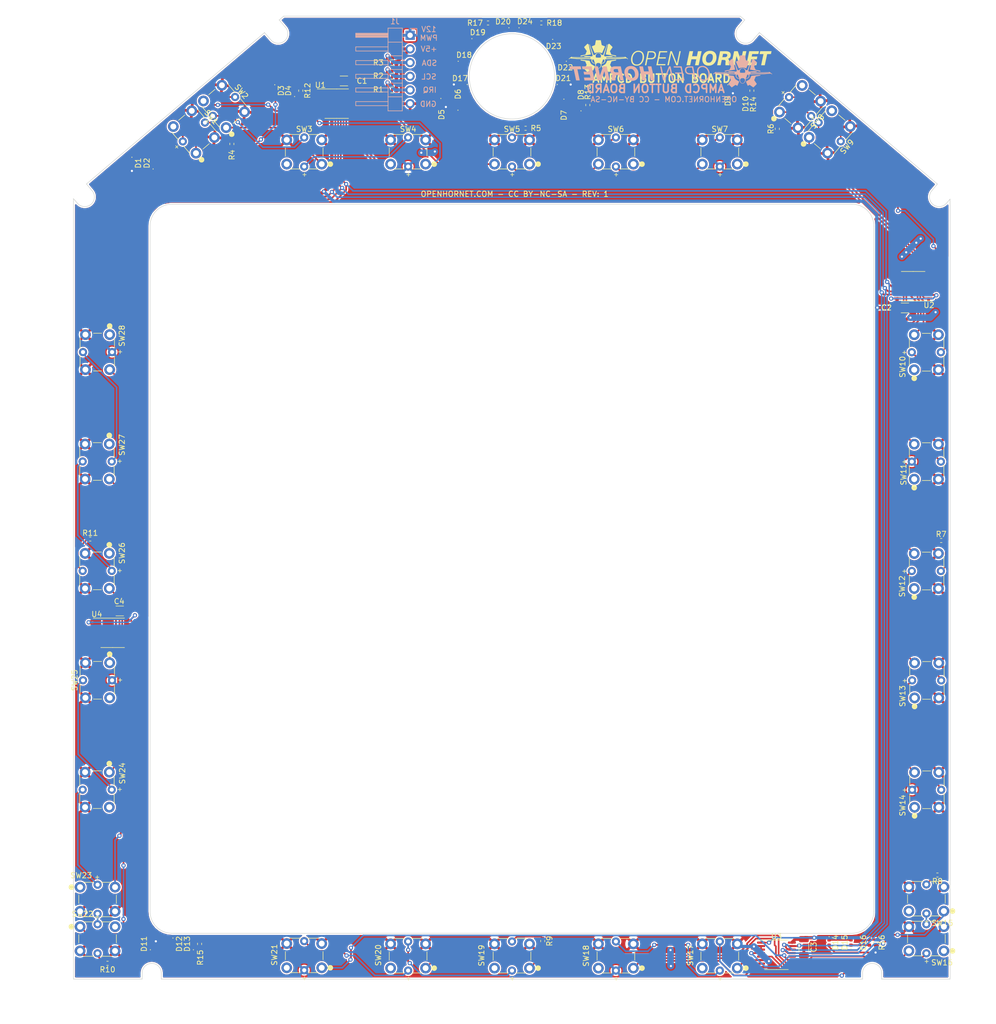
<source format=kicad_pcb>
(kicad_pcb (version 20211014) (generator pcbnew)
  (layers (0 "F.Cu" signal) (31 "B.Cu" signal) (34 "B.Paste" user) (35 "F.Paste" user) (36 "B.SilkS" user "B.Silkscreen") (37 "F.SilkS" user "F.Silkscreen") (38 "B.Mask" user) (39 "F.Mask" user) (44 "Edge.Cuts" user))
  (net 0 "")
  (net 1 "+5V")
  (net 2 "SDA")
  (net 3 "SCL")
  (net 4 "IRQ")
  (net 5 "GND")
  (net 6 "Net-(U2-Pad12)")
  (net 7 "Net-(U3-Pad12)")
  (net 8 "Net-(U4-Pad12)")
  (net 9 "Net-(D1-Pad1)")
  (net 10 "Net-(D10-Pad2)")
  (net 11 "Net-(U1-Pad12)")
  (net 12 "VCC")
  (net 13 "Net-(D2-Pad1)")
  (net 14 "Net-(D3-Pad1)")
  (net 15 "Net-(D4-Pad1)")
  (net 16 "Net-(D5-Pad1)")
  (net 17 "Net-(D6-Pad1)")
  (net 18 "Net-(D7-Pad1)")
  (net 19 "Net-(D8-Pad1)")
  (net 20 "Net-(D10-Pad1)")
  (net 21 "Net-(D11-Pad1)")
  (net 22 "Net-(D12-Pad1)")
  (net 23 "Net-(D13-Pad1)")
  (net 24 "Net-(D14-Pad1)")
  (net 25 "Net-(D17-Pad1)")
  (net 26 "Net-(D18-Pad1)")
  (net 27 "Net-(D19-Pad1)")
  (net 28 "Net-(D20-Pad1)")
  (net 29 "Net-(D21-Pad1)")
  (net 30 "Net-(D22-Pad1)")
  (net 31 "Net-(D23-Pad1)")
  (net 32 "Net-(D24-Pad1)")
  (net 33 "Net-(R4-Pad2)")
  (net 34 "Net-(R5-Pad2)")
  (net 35 "Net-(R6-Pad2)")
  (net 36 "Net-(R7-Pad2)")
  (net 37 "Net-(R8-Pad2)")
  (net 38 "Net-(R9-Pad2)")
  (net 39 "Net-(R10-Pad2)")
  (net 40 "Net-(R11-Pad2)")
  (net 41 "Net-(SW1-Pad4)")
  (net 42 "/U1P0")
  (net 43 "/U1P1")
  (net 44 "Net-(SW2-Pad4)")
  (net 45 "/U1P2")
  (net 46 "/U1P3")
  (net 47 "/U1P4")
  (net 48 "/U2P0")
  (net 49 "Net-(SW6-Pad4)")
  (net 50 "/U2P1")
  (net 51 "/U2P2")
  (net 52 "Net-(SW10-Pad3)")
  (net 53 "/U2P3")
  (net 54 "/U2P4")
  (net 55 "/U3P0")
  (net 56 "/U3P1")
  (net 57 "Net-(SW12-Pad4)")
  (net 58 "/U3P2")
  (net 59 "/U3P3")
  (net 60 "/U3P4")
  (net 61 "Net-(SW16-Pad4)")
  (net 62 "/U4P0")
  (net 63 "/U4P1")
  (net 64 "Net-(SW17-Pad4)")
  (net 65 "/U4P2")
  (net 66 "/U4P3")
  (net 67 "Net-(SW19-Pad4)")
  (net 68 "/U4P4")
  (net 69 "Net-(D15-Pad1)")
  (net 70 "Net-(D16-Pad1)")
  (net 71 "/U1P6")
  (net 72 "/U1P5")
  (net 73 "/U2P6")
  (net 74 "/U2P5")
  (net 75 "/U3P6")
  (net 76 "/U3P5")
  (net 77 "/U4P6")
  (net 78 "/U4P5")
  (net 79 "Net-(SW3-Pad4)")
  (net 80 "Net-(SW5-Pad4)")
  (net 81 "Net-(SW8-Pad4)")
  (net 82 "Net-(SW10-Pad4)")
  (net 83 "Net-(SW13-Pad4)")
  (net 84 "Net-(SW15-Pad4)")
  (net 85 "Net-(SW20-Pad4)")
  (net 86 "Net-(SW22-Pad4)")
  (net 87 "Net-(SW23-Pad4)")
  (net 88 "Net-(SW24-Pad4)")
  (net 89 "Net-(SW26-Pad4)")
  (net 90 "Net-(SW27-Pad4)")
  (footprint "Resistor_SMD:R_0402_1005Metric" (layer "F.Cu") (at 288.281122 -61.55449 -90)
    (fp_text reference "R16")
    (fp_text value "150")
  )
  (footprint "Resistor_SMD:R_0402_1005Metric" (layer "F.Cu") (at 300.473122 -136.23049)
    (fp_text reference "R7")
    (fp_text value "150")
  )
  (footprint "Package_SO:TSSOP-16_4.4x5mm_P0.65mm" (layer "F.Cu") (at 269.866122 -59.26849)
    (fp_text reference "U3")
    (fp_text value "TCA9554PWR")
  )
  (footprint "Resistor_SMD:R_0402_1005Metric" (layer "F.Cu") (at 299.773271 -74.09876 180)
    (fp_text reference "R8")
    (fp_text value "33")
  )
  (footprint "Package_SO:TSSOP-16_4.4x5mm_P0.65mm" (layer "F.Cu") (at 188.154322 -217.38349)
    (fp_text reference "U1")
    (fp_text value "TCA9554PWR")
  )
  (footprint "Resistor_SMD:R_0402_1005Metric" (layer "F.Cu") (at 216.272122 -232.36949 180)
    (fp_text reference "R17")
    (fp_text value "33")
  )
  (footprint "Resistor_SMD:R_0402_1005Metric" (layer "F.Cu") (at 223.257122 -212.81149 180)
    (fp_text reference "R5")
    (fp_text value "150")
  )
  (footprint "Resistor_SMD:R_0402_1005Metric" (layer "F.Cu") (at 142.358122 -136.50989 180)
    (fp_text reference "R11")
    (fp_text value "150")
  )
  (footprint "Resistor_SMD:R_0402_1005Metric" (layer "F.Cu") (at 226.178122 -232.36949)
    (fp_text reference "R18")
    (fp_text value "33")
  )
  (footprint "Resistor_SMD:R_0402_1005Metric" (layer "F.Cu") (at 145.573271 -57.69876 180)
    (fp_text reference "R10")
    (fp_text value "33")
  )
  (footprint "Package_SO:TSSOP-16_4.4x5mm_P0.65mm" (layer "F.Cu") (at 146.523722 -119.08549)
    (fp_text reference "U4")
    (fp_text value "TCA9554PWR")
  )
  (footprint "Resistor_SMD:R_0402_1005Metric" (layer "F.Cu") (at 234.814122 -217.12949 90)
    (fp_text reference "R13")
    (fp_text value "33")
  )
  (footprint "Resistor_SMD:R_0402_1005Metric" (layer "F.Cu") (at 181.474122 -219.79649 90)
    (fp_text reference "R12")
    (fp_text value "33")
  )
  (footprint "Resistor_SMD:R_0402_1005Metric" (layer "F.Cu") (at 270.023271 -212.69876 90)
    (fp_text reference "R6")
    (fp_text value "33")
  )
  (footprint "Resistor_SMD:R_0402_1005Metric" (layer "F.Cu") (at 265.294122 -219.79649 90)
    (fp_text reference "R14")
    (fp_text value "270")
  )
  (footprint "Package_SO:TSSOP-16_4.4x5mm_P0.65mm" (layer "F.Cu") (at 295.266122 -183.47449 180)
    (fp_text reference "U2")
    (fp_text value "TCA9554PWR")
  )
  (footprint "Resistor_SMD:R_0402_1005Metric" (layer "F.Cu") (at 162.678122 -61.30049 90)
    (fp_text reference "R15")
    (fp_text value "150")
  )
  (footprint "Resistor_SMD:R_0402_1005Metric" (layer "F.Cu") (at 226.432122 -61.83389 90)
    (fp_text reference "R9")
    (fp_text value "150")
  )
  (footprint "Resistor_SMD:R_0402_1005Metric" (layer "F.Cu") (at 168.673271 -209.89876 90)
    (fp_text reference "R4")
    (fp_text value "33")
  )
  (footprint "LED_SMD:LED_0402_1005Metric" (layer "F.Cu") (at 219.066122 -231.48049 180)
    (fp_text reference "D20")
    (fp_text value "LED")
  )
  (footprint "Resistor_SMD:R_0603_1608Metric" (layer "F.Cu") (at 198.429122 -222.46349 180)
    (fp_text reference "R2")
    (fp_text value "10K")
  )
  (footprint "LED_SMD:LED_0402_1005Metric" (layer "F.Cu") (at 211.827122 -225.25749)
    (fp_text reference "D18")
    (fp_text value "LED")
  )
  (footprint "Resistor_SMD:R_0603_1608Metric" (layer "F.Cu") (at 198.429122 -219.92349 180)
    (fp_text reference "R1")
    (fp_text value "10K")
  )
  (footprint "LED_SMD:LED_0402_1005Metric" (layer "F.Cu") (at 229.734122 -225.25749 180)
    (fp_text reference "D22")
    (fp_text value "LED")
  )
  (footprint "LED_SMD:LED_0402_1005Metric" (layer "F.Cu") (at 264.151122 -219.79649 90)
    (fp_text reference "D10")
    (fp_text value "LED")
  )
  (footprint "LED_SMD:LED_0402_1005Metric" (layer "F.Cu") (at 214.367122 -229.44849)
    (fp_text reference "D19")
    (fp_text value "LED")
  )
  (footprint "LED_SMD:LED_0402_1005Metric" (layer "F.Cu") (at 283.709122 -61.55449 90)
    (fp_text reference "D15")
    (fp_text value "LED")
  )
  (footprint "LED_SMD:LED_0402_1005Metric" (layer "F.Cu") (at 223.130122 -231.48049)
    (fp_text reference "D24")
    (fp_text value "LED")
  )
  (footprint "LED_SMD:LED_0402_1005Metric" (layer "F.Cu") (at 211.319122 -220.93949 180)
    (fp_text reference "D17")
    (fp_text value "LED")
  )
  (footprint "LED_SMD:LED_0402_1005Metric" (layer "F.Cu") (at 227.194122 -229.32149 180)
    (fp_text reference "D23")
    (fp_text value "LED")
  )
  (footprint "LED_SMD:LED_0402_1005Metric" (layer "F.Cu") (at 153.534122 -61.30049 90)
    (fp_text reference "D11")
    (fp_text value "LED")
  )
  (footprint "LED_SMD:LED_0402_1005Metric" (layer "F.Cu") (at 230.242122 -220.93949)
    (fp_text reference "D21")
    (fp_text value "LED")
  )
  (footprint "LED_SMD:LED_0402_1005Metric" (layer "F.Cu") (at 287.138122 -61.55449 -90)
    (fp_text reference "D16")
    (fp_text value "LED")
  )
  (footprint "LED_SMD:LED_0402_1005Metric" (layer "F.Cu") (at 161.535122 -61.30049 90)
    (fp_text reference "D13")
    (fp_text value "LED")
  )
  (footprint "LED_SMD:LED_0402_1005Metric" (layer "F.Cu") (at 279.645122 -61.55449 -90)
    (fp_text reference "D14")
    (fp_text value "LED")
  )
  (footprint "LED_SMD:LED_0402_1005Metric" (layer "F.Cu") (at 157.725122 -61.30049 -90)
    (fp_text reference "D12")
    (fp_text value "LED")
  )
  (footprint "LED_SMD:LED_0402_1005Metric" (layer "F.Cu") (at 233.544122 -217.12949 90)
    (fp_text reference "D8")
    (fp_text value "LED")
  )
  (footprint "LED_SMD:LED_0402_1005Metric" (layer "F.Cu") (at 230.369122 -217.12949 -90)
    (fp_text reference "D7")
    (fp_text value "LED")
  )
  (footprint "LED_SMD:LED_0402_1005Metric" (layer "F.Cu") (at 210.684122 -217.25649 90)
    (fp_text reference "D6")
    (fp_text value "LED")
  )
  (footprint "LED_SMD:LED_0402_1005Metric" (layer "F.Cu") (at 180.331122 -219.79649 90)
    (fp_text reference "D4")
    (fp_text value "LED")
  )
  (footprint "Capacitor_SMD:C_1206_3216Metric" (layer "F.Cu") (at 189.500522 -221.59989 180)
    (fp_text reference "C1")
    (fp_text value "47uF")
  )
  (footprint "LED_SMD:LED_0402_1005Metric" (layer "F.Cu") (at 176.648122 -219.79649 -90)
    (fp_text reference "D3")
    (fp_text value "LED")
  )
  (footprint "LED_SMD:LED_0402_1005Metric" (layer "F.Cu") (at 154.042122 -206.33449 90)
    (fp_text reference "D2")
    (fp_text value "LED")
  )
  (footprint "Capacitor_SMD:C_1206_3216Metric" (layer "F.Cu") (at 147.844522 -123.14949 180)
    (fp_text reference "C4")
    (fp_text value "47uF")
  )
  (footprint "Capacitor_SMD:C_1206_3216Metric" (layer "F.Cu") (at 293.742122 -179.43589)
    (fp_text reference "C2")
    (fp_text value "47uF")
  )
  (footprint "LED_SMD:LED_0402_1005Metric" (layer "F.Cu") (at 260.849122 -219.79649 -90)
    (fp_text reference "D9")
    (fp_text value "LED")
  )
  (footprint "LED_SMD:LED_0402_1005Metric" (layer "F.Cu") (at 150.105122 -206.33449 -90)
    (fp_text reference "D1")
    (fp_text value "LED")
  )
  (footprint "LED_SMD:LED_0402_1005Metric" (layer "F.Cu") (at 207.509122 -217.25649 -90)
    (fp_text reference "D5")
    (fp_text value "LED")
  )
  (footprint "KiCAD Libraries:TL1240GQ" (layer "F.Cu") (at 161.223271 -216.04876 -49.6)
    (fp_text reference "SW1")
    (fp_text value "TL1240GQ")
  )
  (footprint "KiCAD Libraries:TL1240GQ" (layer "F.Cu") (at 166.823271 -220.79876 -49.6)
    (fp_text reference "SW2")
    (fp_text value "TL1240GQ")
  )
  (footprint "KiCAD Libraries:TL1240GQ" (layer "F.Cu") (at 178.870622 -210.65249)
    (fp_text reference "SW3")
    (fp_text value "TL1240GQ")
  )
  (footprint "KiCAD Libraries:TL1240GQ" (layer "F.Cu") (at 198.174622 -210.65249)
    (fp_text reference "SW4")
    (fp_text value "TL1240GQ")
  )
  (footprint "KiCAD Libraries:TL1240GQ" (layer "F.Cu") (at 217.478622 -210.65249)
    (fp_text reference "SW5")
    (fp_text value "TL1240GQ")
  )
  (footprint "KiCAD Libraries:TL1240GQ" (layer "F.Cu") (at 236.782622 -210.65249)
    (fp_text reference "SW6")
    (fp_text value "TL1240GQ")
  )
  (footprint "KiCAD Libraries:TL1240GQ" (layer "F.Cu") (at 256.086622 -210.65249)
    (fp_text reference "SW7")
    (fp_text value "TL1240GQ")
  )
  (footprint "KiCAD Libraries:TL1240GQ" (layer "F.Cu") (at 278.073271 -217.84876 -130.4)
    (fp_text reference "SW8")
    (fp_text value "TL1240GQ")
  )
  (footprint "KiCAD Libraries:TL1240GQ" (layer "F.Cu") (at 283.573271 -213.14876 -130.4)
    (fp_text reference "SW9")
    (fp_text value "TL1240GQ")
  )
  (footprint "KiCAD Libraries:TL1240GQ" (layer "F.Cu") (at 299.965122 -174.45749 -90)
    (fp_text reference "SW10")
    (fp_text value "TL1240GQ")
  )
  (footprint "KiCAD Libraries:TL1240GQ" (layer "F.Cu") (at 299.965122 -154.13749 -90)
    (fp_text reference "SW11")
    (fp_text value "TL1240GQ")
  )
  (footprint "KiCAD Libraries:TL1240GQ" (layer "F.Cu") (at 299.965122 -133.81749 -90)
    (fp_text reference "SW12")
    (fp_text value "TL1240GQ")
  )
  (footprint "KiCAD Libraries:TL1240GQ" (layer "F.Cu") (at 300.028622 -113.49749 -90)
    (fp_text reference "SW13")
    (fp_text value "TL1240GQ")
  )
  (footprint "KiCAD Libraries:TL1240GQ" (layer "F.Cu") (at 300.028622 -93.17749 -90)
    (fp_text reference "SW14")
    (fp_text value "TL1240GQ")
  )
  (footprint "KiCAD Libraries:TL1240GQ" (layer "F.Cu") (at 294.473271 -64.49876)
    (fp_text reference "SW16")
    (fp_text value "TL1240GQ")
  )
  (footprint "KiCAD Libraries:TL1240GQ" (layer "F.Cu") (at 256.086622 -61.30049)
    (fp_text reference "SW17")
    (fp_text value "TL1240GQ")
  )
  (footprint "KiCAD Libraries:TL1240GQ" (layer "F.Cu") (at 236.782622 -61.30049)
    (fp_text reference "SW18")
    (fp_text value "TL1240GQ")
  )
  (footprint "KiCAD Libraries:TL1240GQ" (layer "F.Cu") (at 217.478622 -61.30049)
    (fp_text reference "SW19")
    (fp_text value "TL1240GQ")
  )
  (footprint "KiCAD Libraries:TL1240GQ" (layer "F.Cu") (at 198.174622 -61.30049)
    (fp_text reference "SW20")
    (fp_text value "TL1240GQ")
  )
  (footprint "KiCAD Libraries:TL1240GQ" (layer "F.Cu") (at 178.870622 -61.36399)
    (fp_text reference "SW21")
    (fp_text value "TL1240GQ")
  )
  (footprint "KiCAD Libraries:TL1240GQ" (layer "F.Cu") (at 146.973271 -59.99876 180)
    (fp_text reference "SW22")
    (fp_text value "TL1240GQ")
  )
  (footprint "KiCAD Libraries:TL1240GQ" (layer "F.Cu") (at 146.973271 -67.34876 180)
    (fp_text reference "SW23")
    (fp_text value "TL1240GQ")
  )
  (footprint "KiCAD Libraries:TL1240GQ" (layer "F.Cu") (at 141.405622 -86.70049 90)
    (fp_text reference "SW24")
    (fp_text value "TL1240GQ")
  )
  (footprint "KiCAD Libraries:TL1240GQ" (layer "F.Cu") (at 141.469122 -107.02049 90)
    (fp_text reference "SW25")
    (fp_text value "TL1240GQ")
  )
  (footprint "KiCAD Libraries:TL1240GQ" (layer "F.Cu") (at 141.405622 -127.34049 90)
    (fp_text reference "SW26")
    (fp_text value "TL1240GQ")
  )
  (footprint "KiCAD Libraries:TL1240GQ" (layer "F.Cu") (at 141.405622 -147.66049 90)
    (fp_text reference "SW27")
    (fp_text value "TL1240GQ")
  )
  (footprint "KiCAD Libraries:TL1240GQ" (layer "F.Cu") (at 141.469122 -167.98049 90)
    (fp_text reference "SW28")
    (fp_text value "TL1240GQ")
  )
  (footprint "Capacitor_SMD:C_1206_3216Metric" (layer "F.Cu") (at 274.960122 -60.70049 -90)
    (fp_text reference "C3")
    (fp_text value "47uF")
  )
  (footprint "Resistor_SMD:R_0603_1608Metric" (layer "F.Cu") (at 198.429122 -225.00349 180)
    (fp_text reference "R3")
    (fp_text value "10K")
  )
  (footprint "KiCAD Libraries:OH_LOGO_37.7mm_5.9mm" (layer "F.Cu") (at 250.104922 -226.19729)
    (fp_text reference "G***" hide)
    (fp_text value "LOGO" hide)
  )
  (footprint "KiCAD Libraries:TL1240GQ" (layer "F.Cu") (at 294.473271 -71.89876)
    (fp_text reference "SW15")
    (fp_text value "TL1240GQ")
  )
  (footprint "Connector_PinHeader_2.54mm:PinHeader_1x06_P2.54mm_Horizontal" (layer "B.Cu") (at 201.794122 -230.08349 180)
    (fp_text reference "J1")
    (fp_text value "Conn_01x06")
  )
  (footprint "KiCAD Libraries:OH_LOGO_37.7mm_5.9mm" (layer "B.Cu") (at 250.231922 -223.37789 180)
    (fp_text reference "G***" hide)
    (fp_text value "LOGO" hide)
  )
  (gr_line (start 155.565622 -54.760491) (end 155.565624 -55.903491) (layer "Edge.Cuts") (width 0.1))
  (gr_line (start 263.134623 -233.627291) (end 178.298623 -233.627291) (layer "Edge.Cuts") (width 0.1))
  (gr_line (start 287.963622 -67.33299) (end 287.963622 -194.65149) (layer "Edge.Cuts") (width 0.1))
  (gr_line (start 283.899622 -198.71549) (end 157.533624 -198.71549) (layer "Edge.Cuts") (width 0.1))
  (gr_line (start 153.469624 -194.65149) (end 153.469624 -67.33299) (layer "Edge.Cuts") (width 0.1))
  (gr_line (start 157.533624 -63.26899) (end 283.899622 -63.26899) (layer "Edge.Cuts") (width 0.1))
  (gr_line (start 302.123622 -54.760491) (end 302.123623 -199.654791) (layer "Edge.Cuts") (width 0.1))
  (gr_line (start 301.361622 -198.778491) (end 302.123623 -199.654791) (layer "Edge.Cuts") (width 0.1))
  (gr_line (start 266.690623 -230.579291) (end 299.774123 -202.448791) (layer "Edge.Cuts") (width 0.1))
  (gr_arc (start 157.533624 -63.26899) (mid 154.659942 -64.459308) (end 153.469624 -67.33299) (layer "Edge.Cuts") (width 0.1))
  (gr_arc (start 178.552622 -231.65879) (mid 178.552622 -229.118792) (end 176.012624 -229.118792) (layer "Edge.Cuts") (width 0.1))
  (gr_line (start 152.009624 -55.903491) (end 152.009622 -54.760491) (layer "Edge.Cuts") (width 0.1))
  (gr_line (start 140.071624 -198.778491) (end 139.246122 -199.730991) (layer "Edge.Cuts") (width 0.1))
  (gr_line (start 262.880624 -231.65879) (end 263.960123 -232.928791) (layer "Edge.Cuts") (width 0.1))
  (gr_line (start 139.246122 -199.730991) (end 139.246122 -54.760491) (layer "Edge.Cuts") (width 0.1))
  (gr_line (start 263.960123 -232.928791) (end 263.134623 -233.627291) (layer "Edge.Cuts") (width 0.1))
  (gr_line (start 285.867622 -55.903491) (end 285.867622 -54.760491) (layer "Edge.Cuts") (width 0.1))
  (gr_line (start 177.473123 -232.928791) (end 178.298623 -233.627291) (layer "Edge.Cuts") (width 0.1))
  (gr_arc (start 287.963622 -67.33299) (mid 286.773304 -64.459308) (end 283.899622 -63.26899) (layer "Edge.Cuts") (width 0.1))
  (gr_arc (start 142.611622 -201.318489) (mid 142.611622 -198.778491) (end 140.071624 -198.778491) (layer "Edge.Cuts") (width 0.1))
  (gr_arc (start 283.899622 -198.71549) (mid 286.773304 -197.525172) (end 287.963622 -194.65149) (layer "Edge.Cuts") (width 0.1))
  (gr_line (start 174.742623 -230.579291) (end 141.659122 -202.461491) (layer "Edge.Cuts") (width 0.1))
  (gr_line (start 178.552622 -231.65879) (end 177.473123 -232.928791) (layer "Edge.Cuts") (width 0.1))
  (gr_arc (start 153.469624 -194.65149) (mid 154.659942 -197.525172) (end 157.533624 -198.71549) (layer "Edge.Cuts") (width 0.1))
  (gr_arc (start 285.867622 -55.903491) (mid 287.645622 -57.681491) (end 289.423622 -55.903491) (layer "Edge.Cuts") (width 0.1))
  (gr_line (start 289.423622 -55.903491) (end 289.423622 -54.760491) (layer "Edge.Cuts") (width 0.1))
  (gr_line (start 289.423622 -54.760491) (end 302.123622 -54.760491) (layer "Edge.Cuts") (width 0.1))
  (gr_line (start 176.012624 -229.118792) (end 174.742623 -230.579291) (layer "Edge.Cuts") (width 0.1))
  (gr_arc (start 301.361622 -198.778491) (mid 298.821624 -198.778491) (end 298.821624 -201.318489) (layer "Edge.Cuts") (width 0.1))
  (gr_circle (center 220.716623 -222.451291) (end 212.791823 -222.527491) (layer "Edge.Cuts") (width 0.1) (fill none))
  (gr_line (start 298.821624 -201.318489) (end 299.774123 -202.448791) (layer "Edge.Cuts") (width 0.1))
  (gr_arc (start 265.420622 -229.118792) (mid 262.880624 -229.118792) (end 262.880624 -231.65879) (layer "Edge.Cuts") (width 0.1))
  (gr_line (start 142.611622 -201.318489) (end 141.659122 -202.461491) (layer "Edge.Cuts") (width 0.1))
  (gr_line (start 265.420622 -229.118792) (end 266.690623 -230.579291) (layer "Edge.Cuts") (width 0.1))
  (gr_arc (start 152.009624 -55.903491) (mid 153.787624 -57.681491) (end 155.565624 -55.903491) (layer "Edge.Cuts") (width 0.1))
  (gr_line (start 285.867622 -54.760491) (end 155.565622 -54.760491) (layer "Edge.Cuts") (width 0.1))
  (gr_line (start 152.009622 -54.760491) (end 139.246122 -54.760491) (layer "Edge.Cuts") (width 0.1))
  (gr_text "AMPCD BUTTON BOARD" (at 247.412522 -220.15209) (layer "B.SilkS") (effects (font (size 1.5 1.5) (thickness 0.3)) (justify mirror)))
  (gr_text "OPENHORNET.COM - CC BY-NC-SA" (at 248.936522 -218.17089) (layer "B.SilkS") (effects (font (size 1 1)) (justify mirror)))
  (gr_text "GND" (at 205.172322 -217.30729) (layer "B.SilkS") (effects (font (size 1 1)) (justify mirror)))
  (gr_text "12V\nPWM" (at 205.273922 -230.38829) (layer "B.SilkS") (effects (font (size 1 1)) (justify mirror)))
  (gr_text "+5V" (at 205.299322 -227.54349) (layer "B.SilkS") (effects (font (size 1 1)) (justify mirror)))
  (gr_text "SCL" (at 205.299322 -222.38729) (layer "B.SilkS") (effects (font (size 1 1)) (justify mirror)))
  (gr_text "IRQ" (at 205.451722 -219.92349) (layer "B.SilkS") (effects (font (size 1 1)) (justify mirror)))
  (gr_text "SDA" (at 205.375522 -224.92729) (layer "B.SilkS") (effects (font (size 1 1)) (justify mirror)))
  (gr_text "AMPCD BUTTON BOARD" (at 248.504722 -222.05709) (layer "F.SilkS") (effects (font (size 1.5 1.5) (thickness 0.3))))
  (gr_text "OPENHORNET.COM - CC BY-NC-SA - REV: 1" (at 221.225122 -200.59409) (layer "F.SilkS") (effects (font (size 1 1))))
  (segment (start 292.267122 -179.43589) (end 292.267122 -181.06299) (width 0.6096) (layer "F.Cu") (net 1))
  (segment (start 149.386222 -121.36049) (end 149.685122 -121.36049) (width 0.3048) (layer "F.Cu") (net 1))
  (segment (start 299.509834 -181.84949) (end 299.569712 -181.789612) (width 0.3048) (layer "F.Cu") (net 1))
  (segment (start 201.794122 -227.54349) (end 196.919122 -227.54349) (width 0.6096) (layer "F.Cu") (net 1))
  (segment (start 199.254122 -219.92349) (end 199.254122 -222.46349) (width 0.6096) (layer "F.Cu") (net 1))
  (segment (start 142.070122 -121.03549) (end 142.210122 -121.03549) (width 0.3048) (layer "F.Cu") (net 1))
  (segment (start 268.480122 -61.53549) (end 267.011622 -61.53549) (width 0.3048) (layer "F.Cu") (net 1))
  (segment (start 187.250461 -217.874829) (end 187.250461 -202.535029) (width 0.6096) (layer "F.Cu") (net 1))
  (segment (start 190.975522 -219.69979) (end 191.016822 -219.65849) (width 0.3048) (layer "F.Cu") (net 1))
  (segment (start 149.685122 -121.36049) (end 150.660122 -122.33549) (width 0.3048) (layer "F.Cu") (net 1))
  (segment (start 267.011622 -61.53549) (end 267.003622 -61.54349) (width 0.3048) (layer "F.Cu") (net 1))
  (segment (start 275.230122 -62.44549) (end 274.960122 -62.17549) (width 0.6096) (layer "F.Cu") (net 1))
  (segment (start 151.349722 -197.192209) (end 151.349722 -125.17969) (width 0.6096) (layer "F.Cu") (net 1))
  (segment (start 151.349722 -125.17969) (end 149.319522 -123.14949) (width 0.6096) (layer "F.Cu") (net 1))
  (segment (start 142.220122 -121.03549) (end 142.545122 -121.36049) (width 0.3048) (layer "F.Cu") (net 1))
  (segment (start 185.500164 -200.784732) (end 154.942245 -200.784732) (width 0.6096) (layer "F.Cu") (net 1))
  (segment (start 292.267122 -181.06299) (end 292.348812 -181.14468) (width 0.6096) (layer "F.Cu") (net 1))
  (segment (start 291.202695 -181.19949) (end 291.174199 -181.170994) (width 0.3048) (layer "F.Cu") (net 1))
  (segment (start 292.403622 -181.19949) (end 291.202695 -181.19949) (width 0.3048) (layer "F.Cu") (net 1))
  (segment (start 142.070122 -121.03549) (end 142.220122 -121.03549) (width 0.3048) (layer "F.Cu") (net 1))
  (segment (start 274.960122 -62.17549) (end 273.360622 -62.17549) (width 0.6096) (layer "F.Cu") (net 1))
  (segment (start 149.319522 -121.42719) (end 149.331412 -121.4153) (width 0.6096) (layer "F.Cu") (net 1))
  (segment (start 190.975522 -221.59989) (end 190.975522 -219.69979) (width 0.3048) (layer "F.Cu") (net 1))
  (segment (start 142.545122 -121.36049) (end 143.661222 -121.36049) (width 0.3048) (layer "F.Cu") (net 1))
  (segment (start 199.254122 -225.00349) (end 201.794122 -227.54349) (width 0.6096) (layer "F.Cu") (net 1))
  (segment (start 154.942245 -200.784732) (end 151.349722 -197.192209) (width 0.6096) (layer "F.Cu") (net 1))
  (segment (start 190.975522 -221.59989) (end 187.250461 -217.874829) (width 0.6096) (layer "F.Cu") (net 1))
  (segment (start 292.216322 -179.48669) (end 292.267122 -179.43589) (width 0.6096) (layer "F.Cu") (net 1))
  (segment (start 276.880122 -62.44549) (end 275.230122 -62.44549) (width 0.6096) (layer "F.Cu") (net 1))
  (segment (start 187.250461 -202.535029) (end 185.766722 -201.05129) (width 0.6096) (layer "F.Cu") (net 1))
  (segment (start 196.919122 -227.54349) (end 190.975522 -221.59989) (width 0.6096) (layer "F.Cu") (net 1))
  (segment (start 273.360622 -62.17549) (end 272.783432 -61.5983) (width 0.6096) (layer "F.Cu") (net 1))
  (segment (start 149.319522 -123.14949) (end 149.319522 -121.42719) (width 0.6096) (layer "F.Cu") (net 1))
  (segment (start 298.128622 -181.84949) (end 299.509834 -181.84949) (width 0.3048) (layer "F.Cu") (net 1))
  (segment (start 185.766722 -201.05129) (end 185.500164 -200.784732) (width 0.6096) (layer "F.Cu") (net 1))
  (segment (start 142.210122 -121.03549) (end 142.535122 -120.71049) (width 0.3048) (layer "F.Cu") (net 1))
  (segment (start 199.254122 -222.46349) (end 199.254122 -225.00349) (width 0.6096) (layer "F.Cu") (net 1))
  (segment (start 288.613622 -179.48669) (end 292.216322 -179.48669) (width 0.6096) (layer "F.Cu") (net 1))
  (segment (start 142.535122 -120.71049) (end 143.661222 -120.71049) (width 0.3048) (layer "F.Cu") (net 1))
  (via (at 276.880122 -62.44549) (size 0.8) (drill 0.4) (layers "F.Cu" "B.Cu") (net 1))
  (via (at 299.569712 -181.789612) (size 0.8) (drill 0.4) (layers "F.Cu" "B.Cu") (net 1))
  (via (at 150.660122 -122.33549) (size 0.8) (drill 0.4) (layers "F.Cu" "B.Cu") (net 1))
  (via (at 288.613622 -179.48669) (size 0.8) (drill 0.4) (layers "F.Cu" "B.Cu") (net 1))
  (via (at 291.174199 -181.170994) (size 0.8) (drill 0.4) (layers "F.Cu" "B.Cu") (net 1))
  (via (at 185.766722 -201.05129) (size 0.8) (drill 0.4) (layers "F.Cu" "B.Cu") (net 1))
  (via (at 268.480122 -61.53549) (size 0.8) (drill 0.4) (layers "F.Cu" "B.Cu") (net 1))
  (via (at 142.070122 -121.03549) (size 0.8) (drill 0.4) (layers "F.Cu" "B.Cu") (net 1))
  (segment (start 276.880122 -62.44549) (end 269.390122 -62.44549) (width 0.3048) (layer "B.Cu") (net 1))
  (segment (start 291.174199 -181.170994) (end 298.951094 -181.170994) (width 0.3048) (layer "B.Cu") (net 1))
  (segment (start 288.518432 -196.729524) (end 288.518432 -179.58188) (width 0.6096) (layer "B.Cu") (net 1))
  (segment (start 288.518433 -179.391501) (end 288.518433 -65.413237) (width 0.6096) (layer "B.Cu") (net 1))
  (segment (start 149.360122 -121.03549) (end 142.070122 -121.03549) (width 0.3048) (layer "B.Cu") (net 1))
  (segment (start 187.547712 -199.2703) (end 285.977656 -199.2703) (width 0.6096) (layer "B.Cu") (net 1))
  (segment (start 288.613622 -179.48669) (end 288.518433 -179.391501) (width 0.6096) (layer "B.Cu") (net 1))
  (segment (start 288.518432 -179.58188) (end 288.613622 -179.48669) (width 0.6096) (layer "B.Cu") (net 1))
  (segment (start 285.977656 -199.2703) (end 288.518432 -196.729524) (width 0.6096) (layer "B.Cu") (net 1))
  (segment (start 185.766722 -201.05129) (end 187.547712 -199.2703) (width 0.6096) (layer "B.Cu") (net 1))
  (segment (start 150.660122 -122.33549) (end 149.360122 -121.03549) (width 0.3048) (layer "B.Cu") (net 1))
  (segment (start 298.951094 -181.170994) (end 299.569712 -181.789612) (width 0.3048) (layer "B.Cu") (net 1))
  (segment (start 269.390122 -62.44549) (end 268.480122 -61.53549) (width 0.3048) (layer "B.Cu") (net 1))
  (segment (start 288.518433 -65.413237) (end 285.550686 -62.44549) (width 0.6096) (layer "B.Cu") (net 1))
  (segment (start 285.550686 -62.44549) (end 276.880122 -62.44549) (width 0.6096) (layer "B.Cu") (net 1))
  (segment (start 197.603122 -226.27349) (end 197.603122 -225.00449) (width 0.6096) (layer "F.Cu") (net 2))
  (segment (start 292.403622 -181.84949) (end 292.32522 -181.927892) (width 0.3048) (layer "F.Cu") (net 2))
  (segment (start 197.604122 -225.00349) (end 197.604122 -224.85829) (width 0.3048) (layer "F.Cu") (net 2))
  (segment (start 152.006933 -196.919985) (end 155.21447 -200.127522) (width 0.3048) (layer "F.Cu") (net 2))
  (segment (start 191.016822 -219.00849) (end 190.161694 -219.00849) (width 0.3048) (layer "F.Cu") (net 2))
  (segment (start 197.604122 -224.85829) (end 191.754322 -219.00849) (width 0.3048) (layer "F.Cu") (net 2))
  (segment (start 186.417754 -200.127522) (end 187.265322 -200.97509) (width 0.3048) (layer "F.Cu") (net 2))
  (segment (start 155.21447 -200.127522) (end 186.417754 -200.127522) (width 0.3048) (layer "F.Cu") (net 2))
  (segment (start 150.11353 -120.71049) (end 152.006933 -122.603893) (width 0.3048) (layer "F.Cu") (net 2))
  (segment (start 197.604122 -225.00349) (end 197.604122 -224.87749) (width 0.3048) (layer "F.Cu") (net 2))
  (segment (start 152.006933 -122.603893) (end 152.006933 -196.919985) (width 0.3048) (layer "F.Cu") (net 2))
  (segment (start 149.386222 -120.71049) (end 150.11353 -120.71049) (width 0.3048) (layer "F.Cu") (net 2))
  (segment (start 190.161694 -219.00849) (end 187.907671 -216.754467) (width 0.3048) (layer "F.Cu") (net 2))
  (segment (start 292.32522 -181.927892) (end 289.806923 -181.927892) (width 0.3048) (layer "F.Cu") (net 2))
  (segment (start 289.806923 -181.927892) (end 289.423242 -182.311573) (width 0.3048) (layer "F.Cu") (net 2))
  (segment (start 187.907671 -201.617439) (end 187.265322 -200.97509) (width 0.3048) (layer "F.Cu") (net 2))
  (segment (start 187.907671 -216.754467) (end 187.907671 -201.617439) (width 0.3048) (layer "F.Cu") (net 2))
  (segment (start 274.005712 -60.89349) (end 274.100122 -60.9879) (width 0.3048) (layer "F.Cu") (net 2))
  (segment (start 197.603122 -225.00449) (end 197.604122 -225.00349) (width 0.6096) (layer "F.Cu") (net 2))
  (segment (start 191.754322 -219.00849) (end 191.016822 -219.00849) (width 0.3048) (layer "F.Cu") (net 2))
  (segment (start 272.728622 -60.89349) (end 274.005712 -60.89349) (width 0.3048) (layer "F.Cu") (net 2))
  (via (at 197.603122 -226.27349) (size 0.8) (drill 0.4) (layers "F.Cu" "B.Cu") (net 2))
  (via (at 274.100122 -60.9879) (size 0.8) (drill 0.4) (layers "F.Cu" "B.Cu") (net 2))
  (via (at 187.265322 -200.97509) (size 0.8) (drill 0.4) (layers "F.Cu" "B.Cu") (net 2))
  (via (at 289.423242 -182.311573) (size 0.8) (drill 0.4) (layers "F.Cu" "B.Cu") (net 2))
  (segment (start 285.022531 -60.9879) (end 289.4081 -65.373469) (width 0.3048) (layer "B.Cu") (net 2))
  (segment (start 289.175643 -197.001749) (end 289.175643 -182.559172) (width 0.3048) (layer "B.Cu") (net 2))
  (segment (start 198.873122 -225.00349) (end 197.603122 -226.27349) (width 0.6096) (layer "B.Cu") (net 2))
  (segment (start 188.230522 -200.00989) (end 286.167502 -200.00989) (width 0.3048) (layer "B.Cu") (net 2))
  (segment (start 274.100122 -60.9879) (end 285.022531 -60.9879) (width 0.3048) (layer "B.Cu") (net 2))
  (segment (start 289.4081 -65.373469) (end 289.4081 -182.296431) (width 0.3048) (layer "B.Cu") (net 2))
  (segment (start 289.175643 -182.559172) (end 289.423242 -182.311573) (width 0.3048) (layer "B.Cu") (net 2))
  (segment (start 187.265322 -200.97509) (end 188.230522 -200.00989) (width 0.3048) (layer "B.Cu") (net 2))
  (segment (start 286.167502 -200.00989) (end 289.175643 -197.001749) (width 0.3048) (layer "B.Cu") (net 2))
  (segment (start 289.4081 -182.296431) (end 289.423242 -182.311573) (width 0.3048) (layer "B.Cu") (net 2))
  (segment (start 201.794122 -225.00349) (end 198.873122 -225.00349) (width 0.6096) (layer "B.Cu") (net 2))
  (segment (start 156.694594 -199.559782) (end 156.705365 -199.572393) (width 0.3048) (layer "F.Cu") (net 3))
  (segment (start 156.540819 -199.531001) (end 156.551184 -199.543939) (width 0.3048) (layer "F.Cu") (net 3))
  (segment (start 150.17744 -120.06049) (end 152.511744 -122.394794) (width 0.3048) (layer "F.Cu") (net 3))
  (segment (start 156.551184 -199.543939) (end 156.551201 -199.543956) (width 0.3048) (layer "F.Cu") (net 3))
  (segment (start 271.903724 -60.34108) (end 271.638712 -60.606092) (width 0.3048) (layer "F.Cu") (net 3))
  (segment (start 156.398014 -199.510678) (end 156.540819 -199.531001) (width 0.3048) (layer "F.Cu") (net 3))
  (segment (start 157.151957 -199.616826) (end 157.157842 -199.622711) (width 0.3048) (layer "F.Cu") (net 3))
  (segment (start 272.728622 -60.24349) (end 272.631032 -60.34108) (width 0.3048) (layer "F.Cu") (net 3))
  (segment (start 157.00444 -199.602777) (end 157.015985 -199.614691) (width 0.3048) (layer "F.Cu") (net 3))
  (segment (start 156.705365 -199.572393) (end 156.849179 -199.58371) (width 0.3048) (layer "F.Cu") (net 3))
  (segment (start 149.386222 -120.06049) (end 150.17744 -120.06049) (width 0.3048) (layer "F.Cu") (net 3))
  (segment (start 156.551214 -199.543956) (end 156.694594 -199.559782) (width 0.3048) (layer "F.Cu") (net 3))
  (segment (start 157.015985 -199.614691) (end 157.151957 -199.616826) (width 0.3048) (layer "F.Cu") (net 3))
  (segment (start 187.039941 -199.622711) (end 189.154522 -201.737292) (width 0.3048) (layer "F.Cu") (net 3))
  (segment (start 197.603122 -222.46449) (end 197.604122 -222.46349) (width 0.6096) (layer "F.Cu") (net 3))
  (segment (start 272.631032 -60.34108) (end 271.903724 -60.34108) (width 0.3048) (layer "F.Cu") (net 3))
  (segment (start 152.511745 -196.663607) (end 155.302419 -199.454281) (width 0.3048) (layer "F.Cu") (net 3))
  (segment (start 292.403622 -182.49949) (end 290.630385 -182.49949) (width 0.3048) (layer "F.Cu") (net 3))
  (segment (start 188.412481 -202.479333) (end 189.154522 -201.737292) (width 0.3048) (layer "F.Cu") (net 3))
  (segment (start 157.157842 -199.622711) (end 187.039941 -199.622711) (width 0.3048) (layer "F.Cu") (net 3))
  (segment (start 156.860347 -199.595983) (end 157.00444 -199.602777) (width 0.3048) (layer "F.Cu") (net 3))
  (segment (start 197.603122 -223.73349) (end 197.603122 -222.46449) (width 0.6096) (layer "F.Cu") (net 3))
  (segment (start 290.630385 -182.49949) (end 290.004739 -183.125136) (width 0.3048) (layer "F.Cu") (net 3))
  (segment (start 193.499122 -218.35849) (end 191.016822 -218.35849) (width 0.3048) (layer "F.Cu") (net 3))
  (segment (start 271.638712 -60.606092) (end 271.638712 -60.783598) (width 0.3048) (layer "F.Cu") (net 3))
  (segment (start 156.245947 -199.47261) (end 156.388052 -199.49741) (width 0.3048) (layer "F.Cu") (net 3))
  (segment (start 156.551201 -199.543956) (end 156.551214 -199.543956) (width 0.3048) (layer "F.Cu") (net 3))
  (segment (start 156.849179 -199.58371) (end 156.860347 -199.595983) (width 0.3048) (layer "F.Cu") (net 3))
  (segment (start 188.412481 -216.545367) (end 188.412481 -202.479333) (width 0.3048) (layer "F.Cu") (net 3))
  (segment (start 197.604122 -222.46349) (end 193.499122 -218.35849) (width 0.3048) (layer "F.Cu") (net 3))
  (segment (start 152.511744 -122.394794) (end 152.511745 -196.663607) (width 0.3048) (layer "F.Cu") (net 3))
  (segment (start 190.225604 -218.35849) (end 188.412481 -216.545367) (width 0.3048) (layer "F.Cu") (net 3))
  (segment (start 155.302419 -199.454281) (end 156.227618 -199.454281) (width 0.3048) (layer "F.Cu") (net 3))
  (segment (start 156.388052 -199.49741) (end 156.398014 -199.510678) (width 0.3048) (layer "F.Cu") (net 3))
  (segment (start 271.638712 -60.783598) (end 271.294069 -61.128241) (width 0.3048) (layer "F.Cu") (net 3))
  (segment (start 191.016822 -218.35849) (end 190.225604 -218.35849) (width 0.3048) (layer "F.Cu") (net 3))
  (segment (start 156.227618 -199.454281) (end 156.245947 -199.47261) (width 0.3048) (layer "F.Cu") (net 3))
  (via (at 290.004739 -183.125136) (size 0.8) (drill 0.4) (layers "F.Cu" "B.Cu") (net 3))
  (via (at 271.294069 -61.128241) (size 0.8) (drill 0.4) (layers "F.Cu" "B.Cu") (net 3))
  (via (at 189.154522 -201.737292) (size 0.8) (drill 0.4) (layers "F.Cu" "B.Cu") (net 3))
  (via (at 197.603122 -223.73349) (size 0.8) (drill 0.4) (layers "F.Cu" "B.Cu") (net 3))
  (segment (start 289.680454 -197.210848) (end 289.680454 -183.449421) (width 0.3048) (layer "B.Cu") (net 3))
  (segment (start 289.680454 -183.449421) (end 290.004739 -183.125136) (width 0.3048) (layer "B.Cu") (net 3))
  (segment (start 286.322612 -200.56869) (end 289.680454 -197.210848) (width 0.3048) (layer "B.Cu") (net 3))
  (segment (start 189.154522 -201.737292) (end 190.323124 -200.56869) (width 0.3048) (layer "B.Cu") (net 3))
  (segment (start 271.859754 -61.128241) (end 271.294069 -61.128241) (width 0.3048) (layer "B.Cu") (net 3))
  (segment (start 272.835929 -60.152066) (end 271.859754 -61.128241) (width 0.3048) (layer "B.Cu") (net 3))
  (segment (start 289.91291 -181.687685) (end 289.91291 -65.164369) (width 0.3048) (layer "B.Cu") (net 3))
  (segment (start 289.91291 -65.164369) (end 284.900607 -60.152066) (width 0.3048) (layer "B.Cu") (net 3))
  (segment (start 284.900607 -60.152066) (end 272.835929 -60.152066) (width 0.3048) (layer "B.Cu") (net 3))
  (segment (start 201.794122 -222.46349) (end 198.873122 -222.46349) (width 0.6096) (layer "B.Cu") (net 3))
  (segment (start 190.323124 -200.56869) (end 286.322612 -200.56869) (width 0.3048) (layer "B.Cu") (net 3))
  (segment (start 290.175643 -182.954232) (end 290.175644 -181.950419) (width 0.3048) (layer "B.Cu") (net 3))
  (segment (start 290.175644 -181.950419) (end 289.91291 -181.687685) (width 0.3048) (layer "B.Cu") (net 3))
  (segment (start 198.873122 -222.46349) (end 197.603122 -223.73349) (width 0.6096) (layer "B.Cu") (net 3))
  (segment (start 290.004739 -183.125136) (end 290.175643 -182.954232) (width 0.3048) (layer "B.Cu") (net 3))
  (segment (start 189.906922 -201.33069) (end 189.906922 -202.44829) (width 0.3048) (layer "F.Cu") (net 4))
  (segment (start 197.603122 -219.92449) (end 197.604122 -219.92349) (width 0.6096) (layer "F.Cu") (net 4))
  (segment (start 157.227865 -199.107942) (end 157.237823 -199.1179) (width 0.3048) (layer "F.Cu") (net 4))
  (segment (start 153.016555 -122.185695) (end 153.016555 -196.454507) (width 0.3048) (layer "F.Cu") (net 4))
  (segment (start 191.016822 -217.70849) (end 190.289514 -217.70849) (width 0.3048) (layer "F.Cu") (net 4))
  (segment (start 190.289514 -217.70849) (end 188.917291 -216.336267) (width 0.3048) (layer "F.Cu") (net 4))
  (segment (start 156.948647 -199.07995) (end 156.953425 -199.085544) (width 0.3048) (layer "F.Cu") (net 4))
  (segment (start 188.917291 -216.336267) (end 188.917291 -203.437921) (width 0.3048) (layer "F.Cu") (net 4))
  (segment (start 156.398226 -198.971712) (end 156.402266 -198.977862) (width 0.3048) (layer "F.Cu") (net 4))
  (segment (start 290.432866 -184.26189) (end 291.545266 -183.14949) (width 0.3048) (layer "F.Cu") (net 4))
  (segment (start 197.604122 -219.92349) (end 195.389122 -217.70849) (width 0.3048) (layer "F.Cu") (net 4))
  (segment (start 155.511518 -198.94947) (end 156.305579 -198.94947) (width 0.3048) (layer "F.Cu") (net 4))
  (segment (start 157.088036 -199.096138) (end 157.09299 -199.101582) (width 0.3048) (layer "F.Cu") (net 4))
  (segment (start 271.991122 -59.59349) (end 271.748342 -59.83627) (width 0.3048) (layer "F.Cu") (net 4))
  (segment (start 157.237823 -199.1179) (end 187.694132 -199.1179) (width 0.3048) (layer "F.Cu") (net 4))
  (segment (start 157.09299 -199.101582) (end 157.227865 -199.107942) (width 0.3048) (layer "F.Cu") (net 4))
  (segment (start 156.953425 -199.085544) (end 157.088036 -199.096138) (width 0.3048) (layer "F.Cu") (net 4))
  (segment (start 271.694624 -59.83627) (end 271.382619 -60.148275) (width 0.3048) (layer "F.Cu") (net 4))
  (segment (start 156.534489 -199.005244) (end 156.538721 -199.011265) (width 0.3048) (layer "F.Cu") (net 4))
  (segment (start 156.814437 -199.065135) (end 156.948647 -199.07995) (width 0.3048) (layer "F.Cu") (net 4))
  (segment (start 156.671734 -199.034479) (end 156.676153 -199.040364) (width 0.3048) (layer "F.Cu") (net 4))
  (segment (start 197.603122 -221.32049) (end 197.603122 -219.92449) (width 0.6096) (layer "F.Cu") (net 4))
  (segment (start 149.386222 -119.41049) (end 150.24135 -119.41049) (width 0.3048) (layer "F.Cu") (net 4))
  (segment (start 271.382619 -60.148275) (end 271.041615 -60.148275) (width 0.3048) (layer "F.Cu") (net 4))
  (segment (start 156.676153 -199.040364) (end 156.809834 -199.059389) (width 0.3048) (layer "F.Cu") (net 4))
  (segment (start 153.016555 -196.454507) (end 155.511518 -198.94947) (width 0.3048) (layer "F.Cu") (net 4))
  (segment (start 291.545266 -183.14949) (end 292.403622 -183.14949) (width 0.3048) (layer "F.Cu") (net 4))
  (segment (start 156.538721 -199.011265) (end 156.671734 -199.034479) (width 0.3048) (layer "F.Cu") (net 4))
  (segment (start 156.809834 -199.059389) (end 156.814437 -199.065135) (width 0.3048) (layer "F.Cu") (net 4))
  (segment (start 187.694132 -199.1179) (end 189.906922 -201.33069) (width 0.3048) (layer "F.Cu") (net 4))
  (segment (start 156.305579 -198.94947) (end 156.398226 -198.971712) (width 0.3048) (layer "F.Cu") (net 4))
  (segment (start 156.402266 -198.977862) (end 156.534489 -199.005244) (width 0.3048) (layer "F.Cu") (net 4))
  (segment (start 272.728622 -59.59349) (end 271.991122 -59.59349) (width 0.3048) (layer "F.Cu") (net 4))
  (segment (start 195.389122 -217.70849) (end 191.016822 -217.70849) (width 0.3048) (layer "F.Cu") (net 4))
  (segment (start 188.917291 -203.437921) (end 189.906922 -202.44829) (width 0.3048) (layer "F.Cu") (net 4))
  (segment (start 271.748342 -59.83627) (end 271.694624 -59.83627) (width 0.3048) (layer "F.Cu") (net 4))
  (segment (start 150.24135 -119.41049) (end 153.016555 -122.185695) (width 0.3048) (layer "F.Cu") (net 4))
  (via (at 290.432866 -184.26189) (size 0.8) (drill 0.4) (layers "F.Cu" "B.Cu") (net 4))
  (via (at 189.906922 -202.44829) (size 0.8) (drill 0.4) (layers "F.Cu" "B.Cu") (net 4))
  (via (at 197.603122 -221.32049) (size 0.8) (drill 0.4) (layers "F.Cu" "B.Cu") (net 4))
  (via (at 271.041615 -60.148275) (size 0.8) (drill 0.4) (layers "F.Cu" "B.Cu") (net 4))
  (segment (start 290.236922 -184.457834) (end 290.432866 -184.26189) (width 0.3048) (layer "B.Cu") (net 4))
  (segment (start 290.832865 -183.861891) (end 290.832865 -181.89373) (width 0.3048) (layer "B.Cu") (net 4))
  (segment (start 290.417721 -181.478586) (end 290.417721 -64.95527) (width 0.3048) (layer "B.Cu") (net 4))
  (segment (start 290.236922 -197.36829) (end 290.236922 -184.457834) (width 0.3048) (layer "B.Cu") (net 4))
  (segment (start 286.426922 -201.17829) (end 290.236922 -197.36829) (width 0.3048) (layer "B.Cu") (net 4))
  (segment (start 290.417721 -64.95527) (end 285.051542 -59.589091) (width 0.3048) (layer "B.Cu") (net 4))
  (segment (start 189.906922 -202.44829) (end 191.176922 -201.17829) (width 0.3048) (layer "B.Cu") (net 4))
  (segment (start 285.051542 -59.589091) (end 272.166484 -59.589091) (width 0.3048) (layer "B.Cu") (net 4))
  (segment (start 290.832865 -181.89373) (end 290.417721 -181.478586) (width 0.3048) (layer "B.Cu") (net 4))
  (segment (start 191.176922 -201.17829) (end 286.426922 -201.17829) (width 0.3048) (layer "B.Cu") (net 4))
  (segment (start 201.794122 -219.92349) (end 199.000122 -219.92349) (width 0.6096) (layer "B.Cu") (net 4))
  (segment (start 290.432866 -184.26189) (end 290.832865 -183.861891) (width 0.3048) (layer "B.Cu") (net 4))
  (segment (start 199.000122 -219.92349) (end 197.603122 -221.32049) (width 0.6096) (layer "B.Cu") (net 4))
  (segment (start 272.166484 -59.589091) (end 271.6073 -60.148275) (width 0.3048) (layer "B.Cu") (net 4))
  (segment (start 271.6073 -60.148275) (end 271.041615 -60.148275) (width 0.3048) (layer "B.Cu") (net 4))
  (segment (start 186.381732 -215.471092) (end 186.01913 -215.10849) (width 0.3048) (layer "F.Cu") (net 5))
  (segment (start 288.477541 -61.04449) (end 289.523271 -59.99876) (width 0.6096) (layer "F.Cu") (net 5))
  (segment (start 298.128622 -182.49949) (end 297.391122 -182.49949) (width 0.25) (layer "F.Cu") (net 5))
  (segment (start 186.029322 -219.00849) (end 186.381732 -218.65608) (width 0.3048) (layer "F.Cu") (net 5))
  (segment (start 298.128622 -182.49949) (end 299.320322 -182.49949) (width 0.3048) (layer "F.Cu") (net 5))
  (segment (start 186.381732 -218.65608) (end 186.381732 -215.471092) (width 0.3048) (layer "F.Cu") (net 5))
  (segment (start 265.750722 -60.89349) (end 265.675122 -60.81789) (width 0.3048) (layer "F.Cu") (net 5))
  (segment (start 185.291822 -219.00849) (end 186.029322 -219.00849) (width 0.3048) (layer "F.Cu") (net 5))
  (segment (start 186.01913 -215.10849) (end 185.291822 -215.10849) (width 0.3048) (layer "F.Cu") (net 5))
  (segment (start 288.281122 -61.04449) (end 288.477541 -61.04449) (width 0.6096) (layer "F.Cu") (net 5))
  (segment (start 297.066112 -181.573442) (end 297.440064 -181.19949) (width 0.25) (layer "F.Cu") (net 5))
  (segment (start 297.066112 -182.17448) (end 297.066112 -181.573442) (width 0.25) (layer "F.Cu") (net 5))
  (segment (start 267.003622 -60.89349) (end 267.003622 -60.24349) (width 0.3048) (layer "F.Cu") (net 5))
  (segment (start 186.381732 -215.471092) (end 186.381732 -212.807221) (width 0.3048) (layer "F.Cu") (net 5))
  (segment (start 267.003622 -60.89349) (end 265.750722 -60.89349) (width 0.3048) (layer "F.Cu") (net 5))
  (segment (start 297.391122 -182.49949) (end 297.066112 -182.17448) (width 0.25) (layer "F.Cu") (net 5))
  (segment (start 297.440064 -181.19949) (end 298.128622 -181.19949) (width 0.25) (layer "F.Cu") (net 5))
  (segment (start 185.291822 -219.00849) (end 185.291822 -218.35849) (width 0.3048) (layer "F.Cu") (net 5))
  (segment (start 295.217122 -178.09149) (end 294.758122 -177.63249) (width 1.2192) (layer "F.Cu") (net 5))
  (segment (start 295.217122 -179.43589) (end 295.217122 -178.09149) (width 1.2192) (layer "F.Cu") (net 5))
  (via (at 250.181122 -60.15749) (size 0.8) (drill 0.4) (layers "F.Cu" "B.Cu") (net 5))
  (via (at 295.850322 -191.55169) (size 0.8) (drill 0.4) (layers "F.Cu" "B.Cu") (net 5))
  (via (at 265.675122 -60.81789) (size 0.8) (drill 0.4) (layers "F.Cu" "B.Cu") (net 5))
  (via (at 206.391522 -208.49349) (size 0.8) (drill 0.4) (layers "F.Cu" "B.Cu") (net 5))
  (via (at 250.257322 -57.18569) (size 0.8) (drill 0.4) (layers "F.Cu" "B.Cu") (net 5))
  (via (at 299.431722 -178.64849) (size 0.8) (drill 0.4) (layers "F.Cu" "B.Cu") (net 5))
  (via (at 203.876922 -208.26489) (size 0.8) (drill 0.4) (layers "F.Cu" "B.Cu") (net 5))
  (via (at 293.970722 -189.77369) (size 0.8) (drill 0.4) (layers "F.Cu" "B.Cu") (net 5))
  (via (at 293.183322 -188.96089) (size 0.8) (drill 0.4) (layers "F.Cu" "B.Cu") (net 5))
  (via (at 268.469122 -58.10009) (size 0.8) (drill 0.4) (layers "F.Cu" "B.Cu") (net 5))
  (via (at 296.663122 -192.31369) (size 0.8) (drill 0.4) (layers "F.Cu" "B.Cu") (net 5))
  (via (at 294.758122 -177.63249) (size 0.8) (drill 0.4) (layers "F.Cu" "B.Cu") (net 5))
  (segment (start 206.162922 -208.26489) (end 206.391522 -208.49349) (width 1.2192) (layer "B.Cu") (net 5))
  (segment (start 263.069222 -60.81789) (end 262.586622 -61.30049) (width 0.6096) (layer "B.Cu") (net 5))
  (segment (start 268.469122 -58.10009) (end 268.392922 -58.10009) (width 1.2192) (layer "B.Cu") (net 5))
  (segment (start 250.181122 -60.15749) (end 250.181122 -57.26189) (width 1.2192) (layer "B.Cu") (net 5))
  (segment (start 294.758122 -177.63249) (end 298.415722 -177.63249) (width 1.2192) (layer "B.Cu") (net 5))
  (segment (start 298.415722 -177.63249) (end 299.431722 -178.64849) (width 1.2192) (layer "B.Cu") (net 5))
  (segment (start 203.876922 -208.26489) (end 206.162922 -208.26489) (width 1.2192) (layer "B.Cu") (net 5))
  (segment (start 265.675122 -60.81789) (end 263.069222 -60.81789) (width 0.6096) (layer "B.Cu") (net 5))
  (segment (start 268.392922 -58.10009) (end 265.675122 -60.81789) (width 1.2192) (layer "B.Cu") (net 5))
  (segment (start 250.181122 -57.26189) (end 250.257322 -57.18569) (width 1.2192) (layer "B.Cu") (net 5))
  (segment (start 296.536122 -192.31369) (end 293.183322 -188.96089) (width 1.2192) (layer "B.Cu") (net 5))
  (segment (start 296.663122 -192.31369) (end 296.536122 -192.31369) (width 1.2192) (layer "B.Cu") (net 5))
  (segment (start 150.105122 -206.81949) (end 154.042122 -206.81949) (width 0.3048) (layer "F.Cu") (net 9))
  (segment (start 260.849122 -220.28149) (end 264.151122 -220.28149) (width 0.3048) (layer "F.Cu") (net 10))
  (segment (start 209.926122 -220.93949) (end 209.920122 -220.94549) (width 0.6096) (layer "F.Cu") (net 12))
  (segment (start 279.645122 -60.77449) (end 280.719322 -59.70029) (width 0.3048) (layer "F.Cu") (net 12))
  (segment (start 280.719322 -59.70029) (end 288.281122 -59.70029) (width 0.3048) (layer "F.Cu") (net 12))
  (segment (start 231.626122 -220.93949) (end 231.630122 -220.93549) (width 0.6096) (layer "F.Cu") (net 12))
  (segment (start 153.534122 -61.78549) (end 154.547722 -61.78549) (width 0.3048) (layer "F.Cu") (net 12))
  (segment (start 279.645122 -61.06949) (end 279.645122 -60.77449) (width 0.3048) (layer "F.Cu") (net 12))
  (segment (start 210.834122 -220.93949) (end 209.926122 -220.93949) (width 0.6096) (layer "F.Cu") (net 12))
  (segment (start 207.509122 -216.77149) (end 208.434122 -216.77149) (width 0.6096) (layer "F.Cu") (net 12))
  (segment (start 208.434122 -216.77149) (end 208.440122 -216.76549) (width 0.6096) (layer "F.Cu") (net 12))
  (segment (start 150.105122 -205.84949) (end 150.105122 -204.88669) (width 0.6096) (layer "F.Cu") (net 12))
  (segment (start 154.547722 -61.78549) (end 154.550122 -61.78309) (width 0.3048) (layer "F.Cu") (net 12))
  (segment (start 230.727122 -220.93949) (end 231.626122 -220.93949) (width 0.6096) (layer "F.Cu") (net 12))
  (segment (start 261.766122 -219.31149) (end 261.770122 -219.31549) (width 0.6096) (layer "F.Cu") (net 12))
  (segment (start 260.849122 -219.31149) (end 261.766122 -219.31149) (width 0.6096) (layer "F.Cu") (net 12))
  (via (at 154.550122 -61.78309) (size 0.8) (drill 0.4) (layers "F.Cu" "B.Cu") (net 12))
  (via (at 231.630122 -220.93549) (size 0.8) (drill 0.4) (layers "F.Cu" "B.Cu") (net 12))
  (via (at 288.281122 -59.70029) (size 0.8) (drill 0.4) (layers "F.Cu" "B.Cu") (net 12))
  (via (at 150.105122 -204.88669) (size 0.8) (drill 0.4) (layers "F.Cu" "B.Cu") (net 12))
  (via (at 261.770122 -219.31549) (size 0.8) (drill 0.4) (layers "F.Cu" "B.Cu") (net 12))
  (via (at 208.440122 -216.76549) (size 0.8) (drill 0.4) (layers "F.Cu" "B.Cu") (net 12))
  (via (at 209.920122 -220.94549) (size 0.8) (drill 0.4) (layers "F.Cu" "B.Cu") (net 12))
  (segment (start 176.773271 -217.19876) (end 176.773271 -219.186341) (width 0.3048) (layer "F.Cu") (net 13))
  (segment (start 169.19174 -205.84949) (end 174.064175 -210.721925) (width 0.3048) (layer "F.Cu") (net 13))
  (segment (start 154.042122 -205.84949) (end 169.19174 -205.84949) (width 0.3048) (layer "F.Cu") (net 13))
  (segment (start 176.773271 -219.186341) (end 176.648122 -219.31149) (width 0.3048) (layer "F.Cu") (net 13))
  (via (at 174.064175 -210.721925) (size 0.8) (drill 0.4) (layers "F.Cu" "B.Cu") (net 13))
  (via (at 176.773271 -217.19876) (size 0.8) (drill 0.4) (layers "F.Cu" "B.Cu") (net 13))
  (segment (start 176.773271 -217.19876) (end 176.773271 -213.431021) (width 0.3048) (layer "B.Cu") (net 13))
  (segment (start 176.773271 -213.431021) (end 174.064175 -210.721925) (width 0.3048) (layer "B.Cu") (net 13))
  (segment (start 180.331122 -220.28149) (end 176.648122 -220.28149) (width 0.3048) (layer "F.Cu") (net 14))
  (segment (start 181.449122 -219.31149) (end 181.474122 -219.28649) (width 0.3048) (layer "F.Cu") (net 15))
  (segment (start 180.331122 -219.31149) (end 181.449122 -219.31149) (width 0.3048) (layer "F.Cu") (net 15))
  (segment (start 207.509122 -217.74149) (end 210.684122 -217.74149) (width 0.3048) (layer "F.Cu") (net 16))
  (segment (start 227.666136 -213.941504) (end 230.369122 -216.64449) (width 0.3048) (layer "F.Cu") (net 17))
  (segment (start 213.219109 -213.941504) (end 227.666136 -213.941504) (width 0.3048) (layer "F.Cu") (net 17))
  (segment (start 210.684122 -216.47649) (end 213.219109 -213.941504) (width 0.3048) (layer "F.Cu") (net 17))
  (segment (start 210.684122 -216.77149) (end 210.684122 -216.47649) (width 0.3048) (layer "F.Cu") (net 17))
  (segment (start 230.369122 -217.61449) (end 233.544122 -217.61449) (width 0.3048) (layer "F.Cu") (net 18))
  (segment (start 234.789122 -216.64449) (end 234.814122 -216.61949) (width 0.3048) (layer "F.Cu") (net 19))
  (segment (start 233.544122 -216.64449) (end 234.789122 -216.64449) (width 0.3048) (layer "F.Cu") (net 19))
  (segment (start 264.151122 -219.31149) (end 265.269122 -219.31149) (width 0.3048) (layer "F.Cu") (net 20))
  (segment (start 265.269122 -219.31149) (end 265.294122 -219.28649) (width 0.3048) (layer "F.Cu") (net 20))
  (segment (start 153.534122 -60.81549) (end 157.725122 -60.81549) (width 0.3048) (layer "F.Cu") (net 21))
  (segment (start 157.725122 -61.78549) (end 161.535122 -61.78549) (width 0.3048) (layer "F.Cu") (net 22))
  (segment (start 161.535122 -60.81549) (end 162.653122 -60.81549) (width 0.3048) (layer "F.Cu") (net 23))
  (segment (start 162.653122 -60.81549) (end 162.678122 -60.79049) (width 0.3048) (layer "F.Cu") (net 23))
  (segment (start 283.709122 -62.03949) (end 279.645122 -62.03949) (width 0.3048) (layer "F.Cu") (net 24))
  (segment (start 212.312122 -221.44749) (end 211.804122 -220.93949) (width 0.3048) (layer "F.Cu") (net 25))
  (segment (start 212.312122 -225.25749) (end 212.312122 -221.44749) (width 0.3048) (layer "F.Cu") (net 25))
  (segment (start 214.852122 -229.44849) (end 214.852122 -229.12849) (width 0.3048) (layer "F.Cu") (net 26))
  (segment (start 211.342122 -225.61849) (end 211.342122 -225.25749) (width 0.3048) (layer "F.Cu") (net 26))
  (segment (start 214.852122 -229.12849) (end 211.342122 -225.61849) (width 0.3048) (layer "F.Cu") (net 26))
  (segment (start 213.882122 -229.76849) (end 213.882122 -229.44849) (width 0.3048) (layer "F.Cu") (net 27))
  (segment (start 215.594122 -231.48049) (end 213.882122 -229.76849) (width 0.3048) (layer "F.Cu") (net 27))
  (segment (start 218.581122 -231.48049) (end 215.594122 -231.48049) (width 0.3048) (layer "F.Cu") (net 27))
  (segment (start 218.982122 -232.36949) (end 216.782122 -232.36949) (width 0.3048) (layer "F.Cu") (net 28))
  (segment (start 219.551122 -231.48049) (end 219.551122 -231.80049) (width 0.3048) (layer "F.Cu") (net 28))
  (segment (start 219.551122 -231.80049) (end 218.982122 -232.36949) (width 0.3048) (layer "F.Cu") (net 28))
  (segment (start 229.249122 -221.44749) (end 229.249122 -225.25749) (width 0.3048) (layer "F.Cu") (net 29))
  (segment (start 229.757122 -220.93949) (end 229.249122 -221.44749) (width 0.3048) (layer "F.Cu") (net 29))
  (segment (start 230.219122 -225.754508) (end 226.709122 -229.264508) (width 0.3048) (layer "F.Cu") (net 30))
  (segment (start 226.709122 -229.264508) (end 226.709122 -229.32149) (width 0.3048) (layer "F.Cu") (net 30))
  (segment (start 230.219122 -225.25749) (end 230.219122 -225.754508) (width 0.3048) (layer "F.Cu") (net 30))
  (segment (start 225.840122 -231.48049) (end 223.615122 -231.48049) (width 0.3048) (layer "F.Cu") (net 31))
  (segment (start 227.679122 -229.64149) (end 225.840122 -231.48049) (width 0.3048) (layer "F.Cu") (net 31))
  (segment (start 227.679122 -229.32149) (end 227.679122 -229.64149) (width 0.3048) (layer "F.Cu") (net 31))
  (segment (start 222.645122 -231.80049) (end 223.214122 -232.36949) (width 0.3048) (layer "F.Cu") (net 32))
  (segment (start 222.645122 -231.48049) (end 222.645122 -231.80049) (width 0.3048) (layer "F.Cu") (net 32))
  (segment (start 223.214122 -232.36949) (end 225.668122 -232.36949) (width 0.3048) (layer "F.Cu") (net 32))
  (segment (start 168.673271 -210.40876) (end 168.131035 -210.40876) (width 0.3048) (layer "F.Cu") (net 33))
  (segment (start 164.674381 -213.865414) (end 163.672353 -213.865414) (width 0.3048) (layer "F.Cu") (net 33))
  (segment (start 168.131035 -210.40876) (end 164.674381 -213.865414) (width 0.3048) (layer "F.Cu") (net 33))
  (segment (start 220.728622 -211.10249) (end 221.038122 -211.10249) (width 0.3048) (layer "F.Cu") (net 34))
  (segment (start 221.038122 -211.10249) (end 222.747122 -212.81149) (width 0.3048) (layer "F.Cu") (net 34))
  (segment (start 269.108568 -216.451302) (end 269.797568 -217.140302) (width 0.25) (layer "F.Cu") (net 35))
  (segment (start 269.797568 -217.140302) (end 274.251379 -217.140302) (width 0.25) (layer "F.Cu") (net 35))
  (segment (start 274.251379 -217.140302) (end 276.309574 -215.082107) (width 0.25) (layer "F.Cu") (net 35))
  (segment (start 269.108568 -214.123463) (end 269.108568 -216.451302) (width 0.25) (layer "F.Cu") (net 35))
  (segment (start 270.023271 -213.20876) (end 269.108568 -214.123463) (width 0.25) (layer "F.Cu") (net 35))
  (segment (start 300.983122 -136.23049) (end 301.317523 -135.896089) (width 0.3048) (layer "F.Cu") (net 36))
  (segment (start 301.317523 -135.896089) (end 301.317523 -131.469891) (width 0.3048) (layer "F.Cu") (net 36))
  (segment (start 301.317523 -131.469891) (end 300.415122 -130.56749) (width 0.3048) (layer "F.Cu") (net 36))
  (segment (start 299.263271 -74.09876) (end 299.263271 -73.88876) (width 0.3048) (layer "F.Cu") (net 37))
  (segment (start 299.263271 -73.88876) (end 297.723271 -72.34876) (width 0.3048) (layer "F.Cu") (net 37))
  (segment (start 221.631023 -62.652891) (end 226.123121 -62.652891) (width 0.3048) (layer "F.Cu") (net 38))
  (segment (start 220.728622 -61.75049) (end 221.631023 -62.652891) (width 0.3048) (layer "F.Cu") (net 38))
  (segment (start 226.123121 -62.652891) (end 226.432122 -62.34389) (width 0.3048) (layer "F.Cu") (net 38))
  (segment (start 143.723271 -59.03876) (end 145.063271 -57.69876) (width 0.3048) (layer "F.Cu") (net 39))
  (segment (start 143.723271 -59.54876) (end 143.723271 -59.03876) (width 0.3048) (layer "F.Cu") (net 39))
  (segment (start 140.053221 -134.714989) (end 141.848122 -136.50989) (width 0.3048) (layer "F.Cu") (net 40))
  (segment (start 140.053221 -131.492891) (end 140.053221 -134.714989) (width 0.3048) (layer "F.Cu") (net 40))
  (segment (start 140.955622 -130.59049) (end 140.053221 -131.492891) (width 0.3048) (layer "F.Cu") (net 40))
  (segment (start 169.272353 -218.615414) (end 166.059129 -218.615414) (width 0.3048) (layer "F.Cu") (net 41))
  (segment (start 166.059129 -218.615414) (end 159.560046 -212.116331) (width 0.3048) (layer "F.Cu") (net 41))
  (segment (start 159.560046 -212.116331) (end 159.560046 -210.365567) (width 0.3048) (layer "F.Cu") (net 41))
  (segment (start 162.009128 -213.851503) (end 165.358787 -217.201162) (width 0.3048) (layer "F.Cu") (net 42))
  (segment (start 166.073271 -217.14876) (end 165.411189 -217.14876) (width 0.3048) (layer "F.Cu") (net 42))
  (segment (start 182.689782 -216.02549) (end 184.372782 -217.70849) (width 0.3048) (layer "F.Cu") (net 42))
  (segment (start 165.411189 -217.14876) (end 165.358787 -217.201162) (width 0.3048) (layer "F.Cu") (net 42))
  (segment (start 176.696541 -216.02549) (end 182.689782 -216.02549) (width 0.3048) (layer "F.Cu") (net 42))
  (segment (start 175.520869 -217.201162) (end 175.425673 -217.201162) (width 0.3048) (layer "F.Cu") (net 42))
  (segment (start 175.520869 -217.201162) (end 176.696541 -216.02549) (width 0.3048) (layer "F.Cu") (net 42))
  (segment (start 162.009128 -208.182221) (end 162.009128 -213.851503) (width 0.3048) (layer "F.Cu") (net 42))
  (segment (start 175.425673 -217.201162) (end 175.423271 -217.19876) (width 0.3048) (layer "F.Cu") (net 42))
  (segment (start 184.372782 -217.70849) (end 185.291822 -217.70849) (width 0.3048) (layer "F.Cu") (net 42))
  (via (at 175.423271 -217.19876) (size 0.8) (drill 0.4) (layers "F.Cu" "B.Cu") (net 42))
  (via (at 166.073271 -217.14876) (size 0.8) (drill 0.4) (layers "F.Cu" "B.Cu") (net 42))
  (segment (start 166.125673 -217.201162) (end 166.073271 -217.14876) (width 0.3048) (layer "B.Cu") (net 42))
  (segment (start 175.420869 -217.201162) (end 166.125673 -217.201162) (width 0.3048) (layer "B.Cu") (net 42))
  (segment (start 175.423271 -217.19876) (end 175.420869 -217.201162) (width 0.3048) (layer "B.Cu") (net 42))
  (segment (start 180.310425 -212.932221) (end 184.436694 -217.05849) (width 0.3048) (layer "F.Cu") (net 43))
  (segment (start 167.609128 -212.932221) (end 180.310425 -212.932221) (width 0.3048) (layer "F.Cu") (net 43))
  (segment (start 184.436694 -217.05849) (end 185.291822 -217.05849) (width 0.3048) (layer "F.Cu") (net 43))
  (segment (start 165.160046 -215.115567) (end 168.606464 -215.115567) (width 0.3048) (layer "F.Cu") (net 44))
  (segment (start 168.606464 -215.115567) (end 169.773271 -213.94876) (width 0.3048) (layer "F.Cu") (net 44))
  (via (at 169.773271 -213.94876) (size 0.8) (drill 0.4) (layers "F.Cu" "B.Cu") (net 44))
  (segment (start 174.421942 -209.300089) (end 180.318221 -209.300089) (width 0.3048) (layer "B.Cu") (net 44))
  (segment (start 169.773271 -213.94876) (end 174.421942 -209.300089) (width 0.3048) (layer "B.Cu") (net 44))
  (segment (start 180.318221 -209.300089) (end 182.120622 -211.10249) (width 0.3048) (layer "B.Cu") (net 44))
  (segment (start 183.697101 -215.604987) (end 184.500604 -216.40849) (width 0.3048) (layer "F.Cu") (net 45))
  (segment (start 184.500604 -216.40849) (end 185.291822 -216.40849) (width 0.3048) (layer "F.Cu") (net 45))
  (segment (start 185.370622 -206.15249) (end 183.697101 -207.826011) (width 0.3048) (layer "F.Cu") (net 45))
  (segment (start 183.697101 -207.826011) (end 183.697101 -215.604987) (width 0.3048) (layer "F.Cu") (net 45))
  (segment (start 184.201912 -214.531431) (end 184.958981 -213.774362) (width 0.3048) (layer "F.Cu") (net 46))
  (segment (start 185.291822 -215.75849) (end 184.564514 -215.75849) (width 0.3048) (layer "F.Cu") (net 46))
  (segment (start 184.564514 -215.75849) (end 184.201912 -215.395888) (width 0.3048) (layer "F.Cu") (net 46))
  (segment (start 184.201912 -215.395888) (end 184.201912 -214.531431) (width 0.3048) (layer "F.Cu") (net 46))
  (via (at 184.958981 -213.774362) (size 0.8) (drill 0.4) (layers "F.Cu" "B.Cu") (net 46))
  (segment (start 207.353532 -209.975134) (end 203.554304 -213.774362) (width 0.3048) (layer "B.Cu") (net 46))
  (segment (start 206.088835 -206.15249) (end 207.353532 -207.417187) (width 0.3048) (layer "B.Cu") (net 46))
  (segment (start 207.353532 -207.417187) (end 207.353532 -209.975134) (width 0.3048) (layer "B.Cu") (net 46))
  (segment (start 204.674622 -206.15249) (end 206.088835 -206.15249) (width 0.3048) (layer "B.Cu") (net 46))
  (segment (start 203.554304 -213.774362) (end 184.958981 -213.774362) (width 0.3048) (layer "B.Cu") (net 46))
  (segment (start 207.173068 -206.15249) (end 203.322221 -210.003337) (width 0.3048) (layer "F.Cu") (net 47))
  (segment (start 203.322221 -210.003337) (end 203.322221 -210.854205) (width 0.3048) (layer "F.Cu") (net 47))
  (segment (start 199.067936 -215.10849) (end 191.016822 -215.10849) (width 0.3048) (layer "F.Cu") (net 47))
  (segment (start 217.478622 -206.15249) (end 207.173068 -206.15249) (width 0.3048) (layer "F.Cu") (net 47))
  (segment (start 203.322221 -210.854205) (end 199.067936 -215.10849) (width 0.3048) (layer "F.Cu") (net 47))
  (segment (start 277.25857 -212.261685) (end 273.704954 -215.815301) (width 0.25) (layer "F.Cu") (net 48))
  (segment (start 277.25857 -208.339681) (end 277.25857 -212.261685) (width 0.25) (layer "F.Cu") (net 48))
  (segment (start 298.91984 -183.14949) (end 298.128622 -183.14949) (width 0.3048) (layer "F.Cu") (net 48))
  (segment (start 298.815321 -186.80671) (end 299.16262 -186.80671) (width 0.3048) (layer "F.Cu") (net 48))
  (segment (start 299.16262 -186.80671) (end 299.723342 -186.245988) (width 0.3048) (layer "F.Cu") (net 48))
  (segment (start 284.397942 -201.200309) (end 277.25857 -208.339681) (width 0.25) (layer "F.Cu") (net 48))
  (segment (start 284.421722 -201.200309) (end 284.397942 -201.200309) (width 0.25) (layer "F.Cu") (net 48))
  (segment (start 284.421722 -201.200309) (end 298.815321 -186.80671) (width 0.3048) (layer "F.Cu") (net 48))
  (segment (start 299.723341 -183.952991) (end 298.91984 -183.14949) (width 0.3048) (layer "F.Cu") (net 48))
  (segment (start 299.723342 -186.245988) (end 299.723341 -183.952991) (width 0.3048) (layer "F.Cu") (net 48))
  (segment (start 284.136381 -201.46187) (end 284.397942 -201.200309) (width 0.3048) (layer "F.Cu") (net 48))
  (segment (start 273.704954 -215.815301) (end 270.433569 -215.815301) (width 0.25) (layer "F.Cu") (net 48))
  (segment (start 252.732667 -204.800089) (end 259.035068 -211.10249) (width 0.3048) (layer "F.Cu") (net 49))
  (segment (start 240.935023 -204.800089) (end 252.732667 -204.800089) (width 0.3048) (layer "F.Cu") (net 49))
  (segment (start 259.035068 -211.10249) (end 259.336622 -211.10249) (width 0.3048) (layer "F.Cu") (net 49))
  (segment (start 240.032622 -205.70249) (end 240.935023 -204.800089) (width 0.3048) (layer "F.Cu") (net 49))
  (segment (start 298.606222 -186.301899) (end 298.953521 -186.301899) (width 0.3048) (layer "F.Cu") (net 50))
  (segment (start 285.891316 -199.016805) (end 285.855226 -199.016805) (width 0.25) (layer "F.Cu") (net 50))
  (segment (start 299.218531 -184.162091) (end 298.85593 -183.79949) (width 0.3048) (layer "F.Cu") (net 50))
  (segment (start 298.953521 -186.301899) (end 299.218531 -186.036888) (width 0.3048) (layer "F.Cu") (net 50))
  (segment (start 285.40749 -199.500631) (end 298.606222 -186.301899) (width 0.3048) (layer "F.Cu") (net 50))
  (segment (start 298.85593 -183.79949) (end 298.128622 -183.79949) (width 0.3048) (layer "F.Cu") (net 50))
  (segment (start 275.933569 -208.938462) (end 275.933569 -211.115301) (width 0.25) (layer "F.Cu") (net 50))
  (segment (start 299.218531 -186.036888) (end 299.218531 -184.162091) (width 0.3048) (layer "F.Cu") (net 50))
  (segment (start 285.3714 -199.500631) (end 275.933569 -208.938462) (width 0.25) (layer "F.Cu") (net 50))
  (segment (start 295.465122 -174.45749) (end 297.188753 -176.181121) (width 0.3048) (layer "F.Cu") (net 51))
  (segment (start 296.588701 -183.636876) (end 297.401315 -184.44949) (width 0.3048) (layer "F.Cu") (net 51))
  (segment (start 296.588701 -181.319071) (end 296.588701 -183.636876) (width 0.3048) (layer "F.Cu") (net 51))
  (segment (start 297.401315 -184.44949) (end 298.128622 -184.44949) (width 0.3048) (layer "F.Cu") (net 51))
  (segment (start 297.188753 -180.719019) (end 296.588701 -181.319071) (width 0.3048) (layer "F.Cu") (net 51))
  (segment (start 297.188753 -176.181121) (end 297.188753 -180.719019) (width 0.3048) (layer "F.Cu") (net 51))
  (segment (start 299.029077 -190.920445) (end 301.424932 -188.52459) (width 0.3048) (layer "F.Cu") (net 52))
  (segment (start 277.697267 -213.881954) (end 277.697267 -212.804324) (width 0.25) (layer "F.Cu") (net 52))
  (segment (start 292.463177 -198.038414) (end 292.463177 -197.486345) (width 0.25) (layer "F.Cu") (net 52))
  (segment (start 301.424932 -188.52459) (end 301.424932 -172.2173) (width 0.3048) (layer "F.Cu") (net 52))
  (segment (start 301.424932 -172.2173) (end 300.415122 -171.20749) (width 0.3048) (layer "F.Cu") (net 52))
  (segment (start 277.697267 -212.804324) (end 292.463177 -198.038414) (width 0.25) (layer "F.Cu") (net 52))
  (via (at 292.463177 -197.486345) (size 0.8) (drill 0.4) (layers "F.Cu" "B.Cu") (net 52))
  (via (at 299.029077 -190.920445) (size 0.8) (drill 0.4) (layers "F.Cu" "B.Cu") (net 52))
  (segment (start 299.029077 -192.192954) (end 293.735686 -197.486345) (width 0.3048) (layer "B.Cu") (net 52))
  (segment (start 299.029077 -190.920445) (end 299.029077 -192.192954) (width 0.3048) (layer "B.Cu") (net 52))
  (segment (start 293.735686 -197.486345) (end 292.463177 -197.486345) (width 0.3048) (layer "B.Cu") (net 52))
  (segment (start 296.083891 -183.845976) (end 297.337405 -185.09949) (width 0.3048) (layer "F.Cu") (net 53))
  (segment (start 295.465122 -154.13749) (end 293.900722 -155.70189) (width 0.3048) (layer "F.Cu") (net 53))
  (segment (start 293.900722 -175.57864) (end 294.487751 -176.165669) (width 0.3048) (layer "F.Cu") (net 53))
  (segment (start 296.683942 -180.50992) (end 296.083891 -181.109971) (width 0.3048) (layer "F.Cu") (net 53))
  (segment (start 295.3657 -176.16567) (end 296.683942 -177.483911) (width 0.3048) (layer "F.Cu") (net 53))
  (segment (start 293.900722 -155.70189) (end 293.900722 -175.57864) (width 0.3048) (layer "F.Cu") (net 53))
  (segment (start 296.083891 -181.109971) (end 296.083891 -183.845976) (width 0.3048) (layer "F.Cu") (net 53))
  (segment (start 297.337405 -185.09949) (end 298.128622 -185.09949) (width 0.3048) (layer "F.Cu") (net 53))
  (segment (start 294.487751 -176.165669) (end 295.3657 -176.16567) (width 0.3048) (layer "F.Cu") (net 53))
  (segment (start 296.683942 -177.483911) (end 296.683942 -180.50992) (width 0.3048) (layer "F.Cu") (net 53))
  (segment (start 293.395911 -175.787739) (end 294.278652 -176.67048) (width 0.3048) (layer "F.Cu") (net 54))
  (segment (start 295.1566 -176.67048) (end 296.179133 -177.693012) (width 0.3048) (layer "F.Cu") (net 54))
  (segment (start 293.395911 -135.886701) (end 293.395911 -175.787739) (width 0.3048) (layer "F.Cu") (net 54))
  (segment (start 293.25875 -185.74949) (end 292.403622 -185.74949) (width 0.3048) (layer "F.Cu") (net 54))
  (segment (start 294.503154 -181.976798) (end 294.503154 -184.505086) (width 0.3048) (layer "F.Cu") (net 54))
  (segment (start 296.179133 -180.300819) (end 294.503154 -181.976798) (width 0.3048) (layer "F.Cu") (net 54))
  (segment (start 295.465122 -133.81749) (end 293.395911 -135.886701) (width 0.3048) (layer "F.Cu") (net 54))
  (segment (start 294.503154 -184.505086) (end 293.25875 -185.74949) (width 0.3048) (layer "F.Cu") (net 54))
  (segment (start 296.179133 -177.693012) (end 296.179133 -180.300819) (width 0.3048) (layer "F.Cu") (net 54))
  (segment (start 294.278652 -176.67048) (end 295.1566 -176.67048) (width 0.3048) (layer "F.Cu") (net 54))
  (segment (start 267.003622 -59.59349) (end 265.188874 -59.59349) (width 0.3048) (layer "F.Cu") (net 55))
  (segment (start 291.323271 -62.99876) (end 292.373271 -62.99876) (width 0.3048) (layer "F.Cu") (net 55))
  (segment (start 289.675672 -61.351161) (end 291.323271 -62.99876) (width 0.3048) (layer "F.Cu") (net 55))
  (segment (start 265.188874 -59.59349) (end 265.188098 -59.594266) (width 0.3048) (layer "F.Cu") (net 55))
  (via (at 292.373271 -62.99876) (size 0.8) (drill 0.4) (layers "F.Cu" "B.Cu") (net 55))
  (via (at 289.675672 -61.351161) (size 0.8) (drill 0.4) (layers "F.Cu" "B.Cu") (net 55))
  (via (at 265.188098 -59.594266) (size 0.8) (drill 0.4) (layers "F.Cu" "B.Cu") (net 55))
  (segment (start 270.301104 -57.10949) (end 272.256904 -59.06529) (width 0.3048) (layer "B.Cu") (net 55))
  (segment (start 288.109293 -61.351161) (end 289.675672 -61.351161) (width 0.3048) (layer "B.Cu") (net 55))
  (segment (start 297.422585 -62.99876) (end 292.373271 -62.99876) (width 0.3048) (layer "B.Cu") (net 55))
  (segment (start 300.973271 -67.39876) (end 300.973271 -66.549446) (width 0.3048) (layer "B.Cu") (net 55))
  (segment (start 265.188098 -59.594266) (end 267.672874 -57.10949) (width 0.3048) (layer "B.Cu") (net 55))
  (segment (start 285.823422 -59.06529) (end 288.109293 -61.351161) (width 0.3048) (layer "B.Cu") (net 55))
  (segment (start 267.672874 -57.10949) (end 270.301104 -57.10949) (width 0.3048) (layer "B.Cu") (net 55))
  (segment (start 300.973271 -66.549446) (end 297.422585 -62.99876) (width 0.3048) (layer "B.Cu") (net 55))
  (segment (start 272.256904 -59.06529) (end 285.823422 -59.06529) (width 0.3048) (layer "B.Cu") (net 55))
  (segment (start 274.002652 -56.44108) (end 276.50946 -58.947888) (width 0.3048) (layer "F.Cu") (net 56))
  (segment (start 293.422399 -58.947888) (end 294.473271 -59.99876) (width 0.3048) (layer "F.Cu") (net 56))
  (segment (start 267.003622 -58.94349) (end 268.997322 -58.94349) (width 0.3048) (layer "F.Cu") (net 56))
  (segment (start 268.997322 -58.94349) (end 271.499732 -56.44108) (width 0.3048) (layer "F.Cu") (net 56))
  (segment (start 271.499732 -56.44108) (end 274.002652 -56.44108) (width 0.3048) (layer "F.Cu") (net 56))
  (segment (start 276.50946 -58.947888) (end 293.422399 -58.947888) (width 0.3048) (layer "F.Cu") (net 56))
  (segment (start 294.112721 -116.914945) (end 300.478622 -110.549044) (width 0.3048) (layer "F.Cu") (net 57))
  (segment (start 295.015122 -130.56749) (end 294.112721 -129.665089) (width 0.3048) (layer "F.Cu") (net 57))
  (segment (start 294.112721 -129.665089) (end 294.112721 -116.914945) (width 0.3048) (layer "F.Cu") (net 57))
  (segment (start 300.478622 -110.549044) (end 300.478622 -110.24749) (width 0.3048) (layer "F.Cu") (net 57))
  (segment (start 262.586622 -56.80049) (end 264.079622 -58.29349) (width 0.3048) (layer "F.Cu") (net 58))
  (segment (start 264.079622 -58.29349) (end 267.003622 -58.29349) (width 0.3048) (layer "F.Cu") (net 58))
  (segment (start 264.070721 -55.448089) (end 266.266122 -57.64349) (width 0.3048) (layer "F.Cu") (net 59))
  (segment (start 244.635023 -58.152891) (end 259.232667 -58.152891) (width 0.3048) (layer "F.Cu") (net 59))
  (segment (start 261.937469 -55.448089) (end 264.070721 -55.448089) (width 0.3048) (layer "F.Cu") (net 59))
  (segment (start 259.232667 -58.152891) (end 261.937469 -55.448089) (width 0.3048) (layer "F.Cu") (net 59))
  (segment (start 266.266122 -57.64349) (end 267.003622 -57.64349) (width 0.3048) (layer "F.Cu") (net 59))
  (segment (start 243.282622 -56.80049) (end 244.635023 -58.152891) (width 0.3048) (layer "F.Cu") (net 59))
  (segment (start 264.92272 -61.153644) (end 266.063356 -62.29428) (width 0.3048) (layer "F.Cu") (net 60))
  (segment (start 269.522422 -61.08921) (end 269.764522 -60.84711) (width 0.3048) (layer "F.Cu") (net 60))
  (segment (start 264.92272 -60.839896) (end 264.92272 -61.153644) (width 0.3048) (layer "F.Cu") (net 60))
  (segment (start 269.764522 -58.93829) (end 271.709322 -56.99349) (width 0.3048) (layer "F.Cu") (net 60))
  (segment (start 225.83583 -58.657698) (end 262.740522 -58.657698) (width 0.3048) (layer "F.Cu") (net 60))
  (segment (start 269.522422 -62.29428) (end 269.522422 -61.08921) (width 0.3048) (layer "F.Cu") (net 60))
  (segment (start 262.740522 -58.657698) (end 264.92272 -60.839896) (width 0.3048) (layer "F.Cu") (net 60))
  (segment (start 269.764522 -60.84711) (end 269.764522 -58.93829) (width 0.3048) (layer "F.Cu") (net 60))
  (segment (start 266.063356 -62.29428) (end 269.522422 -62.29428) (width 0.3048) (layer "F.Cu") (net 60))
  (segment (start 271.709322 -56.99349) (end 272.728622 -56.99349) (width 0.3048) (layer "F.Cu") (net 60))
  (segment (start 223.978622 -56.80049) (end 225.83583 -58.657698) (width 0.3048) (layer "F.Cu") (net 60))
  (segment (start 296.617589 -58.443078) (end 297.723271 -59.54876) (width 0.3048) (layer "F.Cu") (net 61))
  (segment (start 285.03771 -58.443078) (end 296.617589 -58.443078) (width 0.3048) (layer "F.Cu") (net 61))
  (segment (start 282.010122 -55.41549) (end 285.03771 -58.443078) (width 0.3048) (layer "F.Cu") (net 61))
  (via (at 282.010122 -55.41549) (size 0.8) (drill 0.4) (layers "F.Cu" "B.Cu") (net 61))
  (segment (start 259.336622 -58.048936) (end 259.336622 -61.75049) (width 0.3048) (layer "B.Cu") (net 61))
  (segment (start 261.970068 -55.41549) (end 259.336622 -58.048936) (width 0.3048) (layer "B.Cu") (net 61))
  (segment (start 282.010122 -55.41549) (end 261.970068 -55.41549) (width 0.3048) (layer "B.Cu") (net 61))
  (segment (start 148.543144 -65.918633) (end 148.543144 -64.067079) (width 0.3048) (layer "F.Cu") (net 62))
  (segment (start 147.622424 -63.146359) (end 141.825672 -63.146359) (width 0.3048) (layer "F.Cu") (net 62))
  (segment (start 143.661222 -119.41049) (end 144.58026 -119.41049) (width 0.3048) (layer "F.Cu") (net 62))
  (segment (start 148.543144 -64.067079) (end 147.622424 -63.146359) (width 0.3048) (layer "F.Cu") (net 62))
  (segment (start 148.543144 -115.447606) (end 148.543144 -75.868633) (width 0.3048) (layer "F.Cu") (net 62))
  (segment (start 141.825672 -63.146359) (end 140.473271 -64.49876) (width 0.3048) (layer "F.Cu") (net 62))
  (segment (start 144.58026 -119.41049) (end 148.543144 -115.447606) (width 0.3048) (layer "F.Cu") (net 62))
  (via (at 148.543144 -75.868633) (size 0.8) (drill 0.4) (layers "F.Cu" "B.Cu") (net 62))
  (via (at 148.543144 -65.918633) (size 0.8) (drill 0.4) (layers "F.Cu" "B.Cu") (net 62))
  (segment (start 148.543144 -75.868633) (end 148.543144 -65.918633) (width 0.3048) (layer "B.Cu") (net 62))
  (segment (start 148.038334 -81.643791) (end 147.790734 -81.396191) (width 0.3048) (layer "F.Cu") (net 63))
  (segment (start 143.661222 -118.76049) (end 144.51635 -118.76049) (width 0.3048) (layer "F.Cu") (net 63))
  (segment (start 144.51635 -118.76049) (end 148.038334 -115.238506) (width 0.3048) (layer "F.Cu") (net 63))
  (segment (start 148.038334 -115.238506) (end 148.038334 -81.643791) (width 0.3048) (layer "F.Cu") (net 63))
  (via (at 147.790734 -81.396191) (size 0.8) (drill 0.4) (layers "F.Cu" "B.Cu") (net 63))
  (segment (start 146.973271 -71.84876) (end 146.973271 -80.578728) (width 0.3048) (layer "B.Cu") (net 63))
  (segment (start 146.973271 -80.578728) (end 147.790734 -81.396191) (width 0.3048) (layer "B.Cu") (net 63))
  (segment (start 253.457722 -61.12269) (end 247.158522 -61.12269) (width 0.3048) (layer "F.Cu") (net 64))
  (via (at 253.457722 -61.12269) (size 0.8) (drill 0.4) (layers "F.Cu" "B.Cu") (net 64))
  (via (at 247.158522 -61.12269) (size 0.8) (drill 0.4) (layers "F.Cu" "B.Cu") (net 64))
  (segment (start 253.483122 -57.402436) (end 253.483122 -61.09729) (width 0.3048) (layer "B.Cu") (net 64))
  (segment (start 245.983921 -59.948089) (end 241.835023 -59.948089) (width 0.3048) (layer "B.Cu") (net 64))
  (segment (start 241.835023 -59.948089) (end 240.032622 -61.75049) (width 0.3048) (layer "B.Cu") (net 64))
  (segment (start 255.437469 -55.448089) (end 253.483122 -57.402436) (width 0.3048) (layer "B.Cu") (net 64))
  (segment (start 240.032622 -61.75049) (end 240.334176 -61.75049) (width 0.3048) (layer "B.Cu") (net 64))
  (segment (start 258.434221 -55.448089) (end 255.437469 -55.448089) (width 0.3048) (layer "B.Cu") (net 64))
  (segment (start 258.434221 -55.448089) (end 259.336622 -56.35049) (width 0.3048) (layer "B.Cu") (net 64))
  (segment (start 247.158522 -61.12269) (end 245.983921 -59.948089) (width 0.3048) (layer "B.Cu") (net 64))
  (segment (start 253.483122 -61.09729) (end 253.457722 -61.12269) (width 0.3048) (layer "B.Cu") (net 64))
  (segment (start 144.45244 -118.11049) (end 147.533523 -115.029407) (width 0.3048) (layer "F.Cu") (net 65))
  (segment (start 147.533523 -115.029407) (end 147.533523 -94.828391) (width 0.3048) (layer "F.Cu") (net 65))
  (segment (start 147.533523 -94.828391) (end 145.905622 -93.20049) (width 0.3048) (layer "F.Cu") (net 65))
  (segment (start 143.661222 -118.11049) (end 144.45244 -118.11049) (width 0.3048) (layer "F.Cu") (net 65))
  (segment (start 143.661222 -117.46049) (end 143.661222 -117.3629) (width 0.3048) (layer "F.Cu") (net 66))
  (segment (start 144.48612 -117.3629) (end 145.969122 -115.879898) (width 0.3048) (layer "F.Cu") (net 66))
  (segment (start 145.969122 -115.879898) (end 145.969122 -113.52049) (width 0.3048) (layer "F.Cu") (net 66))
  (segment (start 143.661222 -117.3629) (end 144.48612 -117.3629) (width 0.3048) (layer "F.Cu") (net 66))
  (segment (start 201.424622 -60.19439) (end 201.424622 -58.048936) (width 0.3048) (layer "F.Cu") (net 67))
  (segment (start 201.424622 -58.048936) (end 201.736195 -57.737363) (width 0.3048) (layer "F.Cu") (net 67))
  (via (at 201.736195 -57.737363) (size 0.8) (drill 0.4) (layers "F.Cu" "B.Cu") (net 67))
  (via (at 201.424622 -60.19439) (size 0.8) (drill 0.4) (layers "F.Cu" "B.Cu") (net 67))
  (segment (start 201.424622 -60.19439) (end 201.424622 -61.75049) (width 0.3048) (layer "B.Cu") (net 67))
  (segment (start 220.728622 -56.35049) (end 219.826221 -55.448089) (width 0.3048) (layer "B.Cu") (net 67))
  (segment (start 219.826221 -55.448089) (end 204.025469 -55.448089) (width 0.3048) (layer "B.Cu") (net 67))
  (segment (start 204.025469 -55.448089) (end 201.736195 -57.737363) (width 0.3048) (layer "B.Cu") (net 67))
  (segment (start 147.133322 -122.08635) (end 147.296932 -122.24996) (width 0.3048) (layer "F.Cu") (net 68))
  (segment (start 147.133322 -118.208262) (end 147.133322 -122.08635) (width 0.3048) (layer "F.Cu") (net 68))
  (segment (start 147.296932 -125.94918) (end 145.905622 -127.34049) (width 0.3048) (layer "F.Cu") (net 68))
  (segment (start 147.296932 -122.24996) (end 147.296932 -125.94918) (width 0.3048) (layer "F.Cu") (net 68))
  (segment (start 148.531094 -116.81049) (end 147.133322 -118.208262) (width 0.3048) (layer "F.Cu") (net 68))
  (segment (start 149.386222 -116.81049) (end 148.531094 -116.81049) (width 0.3048) (layer "F.Cu") (net 68))
  (segment (start 287.138122 -61.06949) (end 283.709122 -61.06949) (width 0.3048) (layer "F.Cu") (net 69))
  (segment (start 287.163122 -62.06449) (end 287.138122 -62.03949) (width 0.3048) (layer "F.Cu") (net 70))
  (segment (start 288.281122 -62.06449) (end 287.163122 -62.06449) (width 0.3048) (layer "F.Cu") (net 70))
  (segment (start 190.225604 -216.40849) (end 189.422101 -215.604987) (width 0.3048) (layer "F.Cu") (net 71))
  (segment (start 197.552337 -204.083276) (end 197.552337 -204.043275) (width 0.3048) (layer "F.Cu") (net 71))
  (segment (start 189.422101 -215.604987) (end 189.422101 -212.213511) (width 0.3048) (layer "F.Cu") (net 71))
  (segment (start 197.552337 -204.043275) (end 197.805156 -203.790457) (width 0.3048) (layer "F.Cu") (net 71))
  (segment (start 197.805156 -203.790457) (end 253.724589 -203.790457) (width 0.3048) (layer "F.Cu") (net 71))
  (segment (start 191.016822 -216.40849) (end 190.225604 -216.40849) (width 0.3048) (layer "F.Cu") (net 71))
  (segment (start 189.422101 -212.213511) (end 197.552337 -204.083276) (width 0.3048) (layer "F.Cu") (net 71))
  (segment (start 253.724589 -203.790457) (end 256.086622 -206.15249) (width 0.3048) (layer "F.Cu") (net 71))
  (segment (start 198.054258 -204.295264) (end 234.925396 -204.295264) (width 0.3048) (layer "F.Cu") (net 72))
  (segment (start 191.016822 -215.75849) (end 190.289514 -215.75849) (width 0.3048) (layer "F.Cu") (net 72))
  (segment (start 189.926912 -212.42261) (end 198.054258 -204.295264) (width 0.3048) (layer "F.Cu") (net 72))
  (segment (start 189.926912 -215.395888) (end 189.926912 -212.42261) (width 0.3048) (layer "F.Cu") (net 72))
  (segment (start 234.925396 -204.295264) (end 236.782622 -206.15249) (width 0.3048) (layer "F.Cu") (net 72))
  (segment (start 190.289514 -215.75849) (end 189.926912 -215.395888) (width 0.3048) (layer "F.Cu") (net 72))
  (segment (start 293.395312 -179.09459) (end 293.493532 -179.19281) (width 0.3048) (layer "F.Cu") (net 73))
  (segment (start 293.395312 -178.73714) (end 293.395312 -179.09459) (width 0.3048) (layer "F.Cu") (net 73))
  (segment (start 293.493532 -179.19281) (end 293.493532 -184.086888) (width 0.3048) (layer "F.Cu") (net 73))
  (segment (start 295.528622 -93.17749) (end 292.380122 -96.32599) (width 0.3048) (layer "F.Cu") (net 73))
  (segment (start 292.380122 -96.32599) (end 292.380122 -177.72195) (width 0.3048) (layer "F.Cu") (net 73))
  (segment (start 293.13093 -184.44949) (end 292.403622 -184.44949) (width 0.3048) (layer "F.Cu") (net 73))
  (segment (start 293.493532 -184.086888) (end 293.13093 -184.44949) (width 0.3048) (layer "F.Cu") (net 73))
  (segment (start 292.380122 -177.72195) (end 293.395312 -178.73714) (width 0.3048) (layer "F.Cu") (net 73))
  (segment (start 293.998343 -178.233199) (end 292.891103 -177.125959) (width 0.3048) (layer "F.Cu") (net 74))
  (segment (start 293.29243 -185.0019) (end 293.998343 -184.295987) (width 0.3048) (layer "F.Cu") (net 74))
  (segment (start 292.891103 -116.135009) (end 295.528622 -113.49749) (width 0.3048) (layer "F.Cu") (net 74))
  (segment (start 293.998343 -184.295987) (end 293.998343 -178.233199) (width 0.3048) (layer "F.Cu") (net 74))
  (segment (start 292.891103 -177.125959) (end 292.891103 -116.135009) (width 0.3048) (layer "F.Cu") (net 74))
  (segment (start 292.403622 -185.0019) (end 293.29243 -185.0019) (width 0.3048) (layer "F.Cu") (net 74))
  (segment (start 190.719722 -58.38908) (end 190.809522 -58.47888) (width 0.3048) (layer "F.Cu") (net 75))
  (segment (start 271.302685 -58.981927) (end 271.302685 -59.178106) (width 0.3048) (layer "F.Cu") (net 75))
  (segment (start 272.728622 -58.29349) (end 271.991122 -58.29349) (width 0.3048) (layer "F.Cu") (net 75))
  (segment (start 271.991122 -58.29349) (end 271.302685 -58.981927) (width 0.3048) (layer "F.Cu") (net 75))
  (segment (start 190.809522 -58.47888) (end 190.809522 -60.57749) (width 0.3048) (layer "F.Cu") (net 75))
  (via (at 190.719722 -58.38908) (size 0.8) (drill 0.4) (layers "F.Cu" "B.Cu") (net 75))
  (via (at 271.302685 -59.178106) (size 0.8) (drill 0.4) (layers "F.Cu" "B.Cu") (net 75))
  (via (at 190.809522 -60.57749) (size 0.8) (drill 0.4) (layers "F.Cu" "B.Cu") (net 75))
  (segment (start 185.370622 -56.86399) (end 189.194632 -56.86399) (width 0.3048) (layer "B.Cu") (net 75))
  (segment (start 269.771821 -59.178106) (end 271.302685 -59.178106) (width 0.3048) (layer "B.Cu") (net 75))
  (segment (start 190.809522 -60.57749) (end 193.096923 -62.864891) (width 0.3048) (layer "B.Cu") (net 75))
  (segment (start 266.085036 -62.864891) (end 269.771821 -59.178106) (width 0.3048) (layer "B.Cu") (net 75))
  (segment (start 189.194632 -56.86399) (end 190.719722 -58.38908) (width 0.3048) (layer "B.Cu") (net 75))
  (segment (start 193.096923 -62.864891) (end 266.085036 -62.864891) (width 0.3048) (layer "B.Cu") (net 75))
  (segment (start 271.773232 -57.64349) (end 270.269333 -59.147389) (width 0.3048) (layer "F.Cu") (net 76))
  (segment (start 270.094722 -62.86658) (end 265.896346 -62.86658) (width 0.3048) (layer "F.Cu") (net 76))
  (segment (start 272.728622 -57.64349) (end 271.773232 -57.64349) (width 0.3048) (layer "F.Cu") (net 76))
  (segment (start 264.417909 -61.388143) (end 264.417909 -61.130224) (width 0.3048) (layer "F.Cu") (net 76))
  (segment (start 207.036641 -59.162509) (end 204.674622 -56.80049) (width 0.3048) (layer "F.Cu") (net 76))
  (segment (start 262.450194 -59.162509) (end 207.036641 -59.162509) (width 0.3048) (layer "F.Cu") (net 76))
  (segment (start 270.269333 -59.147389) (end 270.269333 -62.691969) (width 0.3048) (layer "F.Cu") (net 76))
  (segment (start 270.269333 -62.691969) (end 270.094722 -62.86658) (width 0.3048) (layer "F.Cu") (net 76))
  (segment (start 264.417909 -61.130224) (end 262.450194 -59.162509) (width 0.3048) (layer "F.Cu") (net 76))
  (segment (start 265.896346 -62.86658) (end 264.417909 -61.388143) (width 0.3048) (layer "F.Cu") (net 76))
  (segment (start 145.969122 -167.98049) (end 148.306553 -165.643059) (width 0.3048) (layer "F.Cu") (net 77))
  (segment (start 148.658914 -118.11049) (end 149.386222 -118.11049) (width 0.3048) (layer "F.Cu") (net 77))
  (segment (start 148.306553 -121.831761) (end 148.296313 -121.821521) (width 0.3048) (layer "F.Cu") (net 77))
  (segment (start 148.296313 -121.821521) (end 148.296313 -118.473092) (width 0.3048) (layer "F.Cu") (net 77))
  (segment (start 148.296313 -118.473092) (end 148.658914 -118.11049) (width 0.3048) (layer "F.Cu") (net 77))
  (segment (start 148.306553 -165.643059) (end 148.306553 -121.831761) (width 0.3048) (layer "F.Cu") (net 77))
  (segment (start 148.595004 -117.46049) (end 147.791502 -118.263993) (width 0.3048) (layer "F.Cu") (net 78))
  (segment (start 147.801743 -122.040861) (end 147.801743 -145.764369) (width 0.3048) (layer "F.Cu") (net 78))
  (segment (start 147.791502 -118.263993) (end 147.791502 -122.03062) (width 0.3048) (layer "F.Cu") (net 78))
  (segment (start 149.386222 -117.46049) (end 149.386222 -117.55808) (width 0.3048) (layer "F.Cu") (net 78))
  (segment (start 149.386222 -117.46049) (end 148.595004 -117.46049) (width 0.3048) (layer "F.Cu") (net 78))
  (segment (start 147.801743 -145.764369) (end 145.905622 -147.66049) (width 0.3048) (layer "F.Cu") (net 78))
  (segment (start 147.791502 -122.03062) (end 147.801743 -122.040861) (width 0.3048) (layer "F.Cu") (net 78))
  (segment (start 197.827023 -207.504891) (end 201.424622 -211.10249) (width 0.3048) (layer "B.Cu") (net 79))
  (segment (start 182.120622 -205.70249) (end 183.923023 -207.504891) (width 0.3048) (layer "B.Cu") (net 79))
  (segment (start 183.923023 -207.504891) (end 197.827023 -207.504891) (width 0.3048) (layer "B.Cu") (net 79))
  (segment (start 239.731068 -211.10249) (end 240.032622 -211.10249) (width 0.3048) (layer "F.Cu") (net 80))
  (segment (start 221.631023 -204.800089) (end 233.428667 -204.800089) (width 0.3048) (layer "F.Cu") (net 80))
  (segment (start 233.428667 -204.800089) (end 239.731068 -211.10249) (width 0.3048) (layer "F.Cu") (net 80))
  (segment (start 220.728622 -205.70249) (end 221.631023 -204.800089) (width 0.3048) (layer "F.Cu") (net 80))
  (segment (start 272.197267 -218.581954) (end 274.687357 -218.581954) (width 0.25) (layer "F.Cu") (net 81))
  (segment (start 274.687357 -218.581954) (end 281.809574 -211.459737) (width 0.25) (layer "F.Cu") (net 81))
  (segment (start 281.809574 -211.459737) (end 281.809574 -210.382107) (width 0.25) (layer "F.Cu") (net 81))
  (segment (start 296.817523 -154.485089) (end 300.415122 -150.88749) (width 0.3048) (layer "F.Cu") (net 82))
  (segment (start 296.817523 -169.405089) (end 296.817523 -154.485089) (width 0.3048) (layer "F.Cu") (net 82))
  (segment (start 295.015122 -171.20749) (end 296.817523 -169.405089) (width 0.3048) (layer "F.Cu") (net 82))
  (segment (start 295.078622 -110.24749) (end 294.176221 -109.345089) (width 0.3048) (layer "F.Cu") (net 83))
  (segment (start 300.478622 -90.229044) (end 300.478622 -89.92749) (width 0.3048) (layer "F.Cu") (net 83))
  (segment (start 294.176221 -109.345089) (end 294.176221 -96.531445) (width 0.3048) (layer "F.Cu") (net 83))
  (segment (start 294.176221 -96.531445) (end 300.478622 -90.229044) (width 0.3048) (layer "F.Cu") (net 83))
  (segment (start 297.723271 -66.94876) (end 297.723271 -64.94876) (width 0.3048) (layer "B.Cu") (net 84))
  (segment (start 189.119522 -60.00509) (end 183.929522 -60.00509) (width 0.3048) (layer "F.Cu") (net 85))
  (segment (start 189.983122 -59.14149) (end 189.119522 -60.00509) (width 0.3048) (layer "F.Cu") (net 85))
  (segment (start 183.929522 -60.00509) (end 182.120622 -61.81399) (width 0.3048) (layer "F.Cu") (net 85))
  (via (at 189.983122 -59.14149) (size 0.8) (drill 0.4) (layers "F.Cu" "B.Cu") (net 85))
  (segment (start 191.532522 -59.14149) (end 195.225923 -55.448089) (width 0.3048) (layer "B.Cu") (net 85))
  (segment (start 200.522221 -55.448089) (end 201.424622 -56.35049) (width 0.3048) (layer "B.Cu") (net 85))
  (segment (start 191.532522 -59.14149) (end 189.983122 -59.14149) (width 0.3048) (layer "B.Cu") (net 85))
  (segment (start 191.532522 -59.14149) (end 191.532522 -59.14149) (width 0.3048) (layer "B.Cu") (net 85))
  (segment (start 195.225923 -55.448089) (end 200.522221 -55.448089) (width 0.3048) (layer "B.Cu") (net 85))
  (segment (start 143.723271 -66.89876) (end 143.723271 -64.94876) (width 0.3048) (layer "B.Cu") (net 86))
  (segment (start 140.955622 -89.95049) (end 140.053221 -89.048089) (width 0.3048) (layer "B.Cu") (net 87))
  (segment (start 140.053221 -75.96881) (end 143.723271 -72.29876) (width 0.3048) (layer "B.Cu") (net 87))
  (segment (start 140.053221 -89.048089) (end 140.053221 -75.96881) (width 0.3048) (layer "B.Cu") (net 87))
  (segment (start 140.116721 -109.368089) (end 140.116721 -96.490945) (width 0.3048) (layer "B.Cu") (net 88))
  (segment (start 140.116721 -96.490945) (end 146.355622 -90.252044) (width 0.3048) (layer "B.Cu") (net 88))
  (segment (start 141.019122 -110.27049) (end 140.116721 -109.368089) (width 0.3048) (layer "B.Cu") (net 88))
  (segment (start 146.355622 -90.252044) (end 146.355622 -89.95049) (width 0.3048) (layer "B.Cu") (net 88))
  (segment (start 140.955622 -150.91049) (end 140.053221 -150.008089) (width 0.3048) (layer "B.Cu") (net 89))
  (segment (start 140.053221 -150.008089) (end 140.053221 -137.194445) (width 0.3048) (layer "B.Cu") (net 89))
  (segment (start 146.355622 -130.892044) (end 146.355622 -130.59049) (width 0.3048) (layer "B.Cu") (net 89))
  (segment (start 140.053221 -137.194445) (end 146.355622 -130.892044) (width 0.3048) (layer "B.Cu") (net 89))
  (segment (start 141.019122 -170.928936) (end 141.019122 -171.23049) (width 0.3048) (layer "B.Cu") (net 90))
  (segment (start 147.258023 -164.690035) (end 141.019122 -170.928936) (width 0.3048) (layer "B.Cu") (net 90))
  (segment (start 146.355622 -150.91049) (end 147.258023 -151.812891) (width 0.3048) (layer "B.Cu") (net 90))
  (segment (start 147.258023 -151.812891) (end 147.258023 -164.690035) (width 0.3048) (layer "B.Cu") (net 90))
  (zone (net 5) (net_name "GND") (layer "F.Cu") (connect_pads (clearance 0.254)) (min_thickness 0.254) (fill yes (thermal_gap 0.508) (thermal_bridge_width 0.508))
    (polygon (pts (xy 310.099722 -46.39069) (xy 125.594122 -46.39069) (xy 125.594122 -236.63669) (xy 310.099722 -236.63669)))
  )
  (zone (net 12) (net_name "VCC") (layer "B.Cu") (connect_pads (clearance 0.254)) (min_thickness 0.254) (fill yes (thermal_gap 0.508) (thermal_bridge_width 0.508))
    (polygon (pts (xy 310.658522 -46.39069) (xy 126.279922 -46.39069) (xy 126.279922 -236.43349) (xy 310.658522 -236.43349)))
  )
)
</source>
